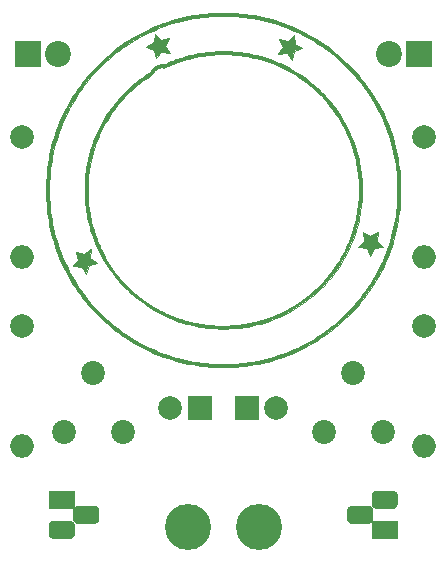
<source format=gbr>
G04 #@! TF.GenerationSoftware,KiCad,Pcbnew,(6.0.0-rc1-dev-318-g6fdc5972f)*
G04 #@! TF.CreationDate,2018-11-24T11:42:07+01:00*
G04 #@! TF.ProjectId,Frack_KnipperLedPrint,467261636B5F4B6E69707065724C6564,rev?*
G04 #@! TF.SameCoordinates,Original*
G04 #@! TF.FileFunction,Soldermask,Top*
G04 #@! TF.FilePolarity,Negative*
%FSLAX46Y46*%
G04 Gerber Fmt 4.6, Leading zero omitted, Abs format (unit mm)*
G04 Created by KiCad (PCBNEW (6.0.0-rc1-dev-318-g6fdc5972f)) date 11/24/18 11:42:07*
%MOMM*%
%LPD*%
G01*
G04 APERTURE LIST*
%ADD10C,0.000001*%
%ADD11C,0.100000*%
%ADD12C,1.500000*%
%ADD13R,2.200000X1.500000*%
%ADD14C,3.900120*%
%ADD15O,2.000000X2.000000*%
%ADD16C,2.000000*%
%ADD17C,2.020000*%
%ADD18C,2.200000*%
%ADD19R,2.200000X2.200000*%
%ADD20R,2.000000X2.000000*%
G04 APERTURE END LIST*
D10*
G04 #@! TO.C,*
G36*
X8775362Y-21536902D02*
X8186768Y-21960649D01*
X7503605Y-21715702D01*
X7724780Y-22406616D01*
X7280880Y-22980225D01*
X8006417Y-22983842D01*
X8414661Y-23583288D01*
X8642037Y-22894441D01*
X9338635Y-22690836D01*
X8753658Y-22261922D01*
X8775362Y-21536902D01*
X8775362Y-21536902D01*
G37*
X8775362Y-21536902D02*
X8186768Y-21960649D01*
X7503605Y-21715702D01*
X7724780Y-22406616D01*
X7280880Y-22980225D01*
X8006417Y-22983842D01*
X8414661Y-23583288D01*
X8642037Y-22894441D01*
X9338635Y-22690836D01*
X8753658Y-22261922D01*
X8775362Y-21536902D01*
G36*
X31830286Y-20082727D02*
X31942423Y-20799479D01*
X31415840Y-21298157D01*
X32132076Y-21412878D01*
X32443685Y-22068136D01*
X32774414Y-21422180D01*
X33493750Y-21328129D01*
X32981636Y-20814465D01*
X33114445Y-20101330D01*
X32467456Y-20429476D01*
X31830286Y-20082727D01*
X31830286Y-20082727D01*
G37*
X31830286Y-20082727D02*
X31942423Y-20799479D01*
X31415840Y-21298157D01*
X32132076Y-21412878D01*
X32443685Y-22068136D01*
X32774414Y-21422180D01*
X33493750Y-21328129D01*
X32981636Y-20814465D01*
X33114445Y-20101330D01*
X32467456Y-20429476D01*
X31830286Y-20082727D01*
G36*
X20000000Y-4757565D02*
X19835332Y-4758674D01*
X19671070Y-4762002D01*
X19507220Y-4767547D01*
X19343793Y-4775306D01*
X19180796Y-4785278D01*
X19018238Y-4797461D01*
X18856127Y-4811854D01*
X18694471Y-4828455D01*
X18533280Y-4847261D01*
X18372562Y-4868272D01*
X18212324Y-4891485D01*
X18052576Y-4916899D01*
X17893326Y-4944512D01*
X17734583Y-4974323D01*
X17576354Y-5006328D01*
X17418649Y-5040527D01*
X17261475Y-5076919D01*
X17104842Y-5115500D01*
X16948757Y-5156270D01*
X16793230Y-5199226D01*
X16638268Y-5244368D01*
X16483880Y-5291692D01*
X16330074Y-5341198D01*
X16176860Y-5392884D01*
X16024245Y-5446748D01*
X15872238Y-5502788D01*
X15720847Y-5561002D01*
X15570081Y-5621389D01*
X15419948Y-5683946D01*
X15270457Y-5748673D01*
X15121616Y-5815567D01*
X14973433Y-5884627D01*
X14964450Y-5882935D01*
X14955432Y-5881350D01*
X14946387Y-5879860D01*
X14937324Y-5878454D01*
X14928250Y-5877119D01*
X14919173Y-5875843D01*
X14908690Y-5874439D01*
X14898187Y-5873136D01*
X14887665Y-5871935D01*
X14877129Y-5870839D01*
X14866583Y-5869850D01*
X14856029Y-5868970D01*
X14845471Y-5868201D01*
X14834912Y-5867544D01*
X14824357Y-5867002D01*
X14813807Y-5866578D01*
X14803267Y-5866272D01*
X14792741Y-5866087D01*
X14782231Y-5866024D01*
X14744819Y-5866739D01*
X14707680Y-5868867D01*
X14670845Y-5872387D01*
X14634344Y-5877276D01*
X14598209Y-5883512D01*
X14562471Y-5891073D01*
X14527161Y-5899937D01*
X14492310Y-5910081D01*
X14457949Y-5921483D01*
X14424109Y-5934122D01*
X14390821Y-5947975D01*
X14358116Y-5963019D01*
X14326025Y-5979232D01*
X14294579Y-5996593D01*
X14263810Y-6015079D01*
X14233748Y-6034668D01*
X14204424Y-6055337D01*
X14175869Y-6077065D01*
X14148115Y-6099828D01*
X14121193Y-6123606D01*
X14095133Y-6148376D01*
X14069966Y-6174114D01*
X14045724Y-6200801D01*
X14022438Y-6228412D01*
X14000139Y-6256926D01*
X13978857Y-6286321D01*
X13958623Y-6316574D01*
X13939470Y-6347664D01*
X13921428Y-6379568D01*
X13904527Y-6412263D01*
X13888799Y-6445728D01*
X13874276Y-6479940D01*
X14041038Y-6576553D01*
X14050415Y-6560451D01*
X14060125Y-6544590D01*
X14070162Y-6528972D01*
X14080522Y-6513603D01*
X14091199Y-6498485D01*
X14102187Y-6483623D01*
X14113482Y-6469021D01*
X14125077Y-6454683D01*
X14136968Y-6440613D01*
X14149149Y-6426815D01*
X14161614Y-6413293D01*
X14174359Y-6400051D01*
X14187378Y-6387093D01*
X14200664Y-6374423D01*
X14214215Y-6362046D01*
X14228022Y-6349964D01*
X14242082Y-6338182D01*
X14256389Y-6326704D01*
X14270938Y-6315535D01*
X14285723Y-6304677D01*
X14300738Y-6294136D01*
X14315979Y-6283915D01*
X14331440Y-6274018D01*
X14347115Y-6264449D01*
X14355305Y-6258400D01*
X14363583Y-6252473D01*
X14371948Y-6246668D01*
X14380398Y-6240984D01*
X14388930Y-6235421D01*
X14397543Y-6229979D01*
X14406235Y-6224659D01*
X14415003Y-6219459D01*
X14423847Y-6214379D01*
X14432763Y-6209419D01*
X14441751Y-6204580D01*
X14450808Y-6199860D01*
X14459932Y-6195260D01*
X14469121Y-6190779D01*
X14478373Y-6186418D01*
X14487759Y-6182153D01*
X14497209Y-6178015D01*
X14506722Y-6174005D01*
X14516297Y-6170125D01*
X14525932Y-6166375D01*
X14535627Y-6162758D01*
X14545379Y-6159273D01*
X14555188Y-6155923D01*
X14565053Y-6152709D01*
X14574971Y-6149631D01*
X14584943Y-6146692D01*
X14594966Y-6143892D01*
X14605039Y-6141232D01*
X14615162Y-6138714D01*
X14625332Y-6136340D01*
X14635548Y-6134109D01*
X14645810Y-6132024D01*
X14656116Y-6130086D01*
X14666464Y-6128296D01*
X14676854Y-6126655D01*
X14687284Y-6125164D01*
X14697752Y-6123825D01*
X14708259Y-6122639D01*
X14718801Y-6121607D01*
X14729379Y-6120731D01*
X14739990Y-6120011D01*
X14750634Y-6119449D01*
X14761309Y-6119046D01*
X14772014Y-6118803D01*
X14782747Y-6118722D01*
X14792907Y-6118797D01*
X14803087Y-6119023D01*
X14813281Y-6119397D01*
X14823483Y-6119916D01*
X14833688Y-6120578D01*
X14843890Y-6121381D01*
X14854083Y-6122323D01*
X14864261Y-6123401D01*
X14874419Y-6124612D01*
X14884550Y-6125955D01*
X14893905Y-6127314D01*
X14903236Y-6128769D01*
X14912539Y-6130326D01*
X14921808Y-6131995D01*
X14931038Y-6133780D01*
X14940225Y-6135689D01*
X14949363Y-6137729D01*
X14958447Y-6139907D01*
X14994104Y-6149210D01*
X15002372Y-6151273D01*
X15043197Y-6131636D01*
X15068358Y-6119625D01*
X15093541Y-6107681D01*
X15118744Y-6095805D01*
X15143967Y-6083996D01*
X15169210Y-6072255D01*
X15194474Y-6060580D01*
X15219757Y-6048972D01*
X15245061Y-6037431D01*
X15270385Y-6025955D01*
X15295728Y-6014546D01*
X15321092Y-6003202D01*
X15346475Y-5991923D01*
X15371877Y-5980710D01*
X15397299Y-5969561D01*
X15422741Y-5958478D01*
X15448202Y-5947458D01*
X15473682Y-5936503D01*
X15499181Y-5925612D01*
X15524699Y-5914785D01*
X15550237Y-5904021D01*
X15575793Y-5893321D01*
X15601368Y-5882683D01*
X15626962Y-5872108D01*
X15652574Y-5861596D01*
X15678205Y-5851146D01*
X15703854Y-5840758D01*
X15729522Y-5830432D01*
X15755208Y-5820167D01*
X15780913Y-5809964D01*
X15806635Y-5799822D01*
X15832376Y-5789740D01*
X15858134Y-5779720D01*
X15981816Y-5732587D01*
X16105916Y-5686928D01*
X16230430Y-5642744D01*
X16355354Y-5600037D01*
X16480682Y-5558808D01*
X16606409Y-5519058D01*
X16732531Y-5480789D01*
X16859044Y-5444002D01*
X16985942Y-5408700D01*
X17113220Y-5374883D01*
X17240874Y-5342553D01*
X17368899Y-5311711D01*
X17497291Y-5282359D01*
X17626044Y-5254499D01*
X17755154Y-5228131D01*
X17884615Y-5203258D01*
X18014425Y-5179881D01*
X18144576Y-5158001D01*
X18275066Y-5137620D01*
X18405888Y-5118740D01*
X18537039Y-5101361D01*
X18668513Y-5085486D01*
X18800306Y-5071115D01*
X18932413Y-5058251D01*
X19064829Y-5046895D01*
X19197550Y-5037048D01*
X19330570Y-5028712D01*
X19463885Y-5021888D01*
X19597490Y-5016578D01*
X19731381Y-5012783D01*
X19865553Y-5010505D01*
X20000000Y-5009746D01*
X20287173Y-5013241D01*
X20573172Y-5023702D01*
X20857900Y-5041086D01*
X21141259Y-5065355D01*
X21423152Y-5096466D01*
X21703481Y-5134380D01*
X21982150Y-5179057D01*
X22259061Y-5230456D01*
X22534117Y-5288536D01*
X22807220Y-5353257D01*
X23078274Y-5424579D01*
X23347180Y-5502461D01*
X23613842Y-5586862D01*
X23878162Y-5677743D01*
X24140043Y-5775062D01*
X24399388Y-5878780D01*
X24656099Y-5988856D01*
X24910079Y-6105249D01*
X25161231Y-6227919D01*
X25409458Y-6356826D01*
X25654661Y-6491928D01*
X25896745Y-6633187D01*
X26135611Y-6780560D01*
X26371162Y-6934009D01*
X26603302Y-7093491D01*
X26831932Y-7258968D01*
X27056956Y-7430397D01*
X27278275Y-7607740D01*
X27495794Y-7790955D01*
X27709413Y-7980003D01*
X27919038Y-8174841D01*
X28124569Y-8375431D01*
X28325162Y-8580967D01*
X28520005Y-8790595D01*
X28709055Y-9004218D01*
X28892272Y-9221739D01*
X29069617Y-9443061D01*
X29241049Y-9668087D01*
X29406526Y-9896718D01*
X29566010Y-10128859D01*
X29719459Y-10364411D01*
X29866833Y-10603278D01*
X30008091Y-10845361D01*
X30143194Y-11090565D01*
X30272100Y-11338791D01*
X30394769Y-11589942D01*
X30511162Y-11843922D01*
X30621236Y-12100632D01*
X30724953Y-12359975D01*
X30822271Y-12621855D01*
X30913151Y-12886174D01*
X30997551Y-13152834D01*
X31075431Y-13421739D01*
X31146752Y-13692790D01*
X31211472Y-13965892D01*
X31269550Y-14240946D01*
X31320948Y-14517856D01*
X31365623Y-14796523D01*
X31403537Y-15076852D01*
X31434647Y-15358744D01*
X31458915Y-15642102D01*
X31476299Y-15926828D01*
X31486759Y-16212827D01*
X31490254Y-16500000D01*
X31486759Y-16787178D01*
X31476299Y-17073181D01*
X31458915Y-17357912D01*
X31434647Y-17641275D01*
X31403537Y-17923171D01*
X31365623Y-18203504D01*
X31320948Y-18482175D01*
X31269550Y-18759089D01*
X31211472Y-19034147D01*
X31146752Y-19307252D01*
X31075431Y-19578307D01*
X30997551Y-19847215D01*
X30913151Y-20113877D01*
X30822271Y-20378198D01*
X30724953Y-20640080D01*
X30621236Y-20899425D01*
X30511162Y-21156136D01*
X30394769Y-21410116D01*
X30272100Y-21661267D01*
X30143194Y-21909492D01*
X30008091Y-22154695D01*
X29866833Y-22396777D01*
X29719459Y-22635641D01*
X29566010Y-22871190D01*
X29406526Y-23103327D01*
X29241049Y-23331955D01*
X29069617Y-23556975D01*
X28892272Y-23778291D01*
X28709055Y-23995806D01*
X28520005Y-24209422D01*
X28325162Y-24419042D01*
X28124569Y-24624569D01*
X28117187Y-24631945D01*
X28109801Y-24639313D01*
X28102412Y-24646670D01*
X28095019Y-24654019D01*
X28087622Y-24661358D01*
X28080220Y-24668688D01*
X28072814Y-24676009D01*
X28065404Y-24683321D01*
X28057988Y-24690625D01*
X28050567Y-24697921D01*
X28043141Y-24705208D01*
X28035710Y-24712488D01*
X28028273Y-24719760D01*
X28020831Y-24727023D01*
X28013382Y-24734280D01*
X28005928Y-24741529D01*
X27998467Y-24748771D01*
X27991000Y-24756006D01*
X27983526Y-24763234D01*
X27976045Y-24770456D01*
X27968558Y-24777671D01*
X27961063Y-24784879D01*
X27953560Y-24792082D01*
X27946051Y-24799279D01*
X27938533Y-24806470D01*
X27930911Y-24813751D01*
X27923241Y-24821012D01*
X27915537Y-24828255D01*
X27907815Y-24835485D01*
X27900089Y-24842705D01*
X27892374Y-24849920D01*
X27884686Y-24857133D01*
X27877038Y-24864347D01*
X27869495Y-24871449D01*
X27861952Y-24878547D01*
X27854409Y-24885640D01*
X27846865Y-24892729D01*
X27839319Y-24899813D01*
X27831770Y-24906891D01*
X27824219Y-24913962D01*
X27816664Y-24921028D01*
X27809104Y-24928086D01*
X27801538Y-24935136D01*
X27793966Y-24942179D01*
X27786388Y-24949212D01*
X27778801Y-24956237D01*
X27771207Y-24963253D01*
X27763603Y-24970258D01*
X27755989Y-24977253D01*
X27748364Y-24984236D01*
X27741095Y-24990859D01*
X27733824Y-24997454D01*
X27726549Y-25004027D01*
X27719271Y-25010584D01*
X27711988Y-25017130D01*
X27704702Y-25023669D01*
X27697410Y-25030207D01*
X27690113Y-25036749D01*
X27682810Y-25043300D01*
X27675500Y-25049866D01*
X27667963Y-25056656D01*
X27660426Y-25063446D01*
X27652889Y-25070236D01*
X27645351Y-25077024D01*
X27637810Y-25083809D01*
X27630268Y-25090589D01*
X27622723Y-25097363D01*
X27615174Y-25104131D01*
X27607621Y-25110890D01*
X27600063Y-25117640D01*
X27592499Y-25124379D01*
X27584930Y-25131106D01*
X27577353Y-25137820D01*
X27569770Y-25144519D01*
X27562178Y-25151203D01*
X27554577Y-25157869D01*
X27546934Y-25164540D01*
X27539261Y-25171188D01*
X27531566Y-25177818D01*
X27523854Y-25184433D01*
X27516132Y-25191038D01*
X27508406Y-25197634D01*
X27500681Y-25204226D01*
X27492965Y-25210818D01*
X27485262Y-25217413D01*
X27477580Y-25224015D01*
X27470002Y-25230527D01*
X27462427Y-25237034D01*
X27454854Y-25243534D01*
X27447283Y-25250028D01*
X27439711Y-25256516D01*
X27432138Y-25262997D01*
X27424564Y-25269470D01*
X27416986Y-25275937D01*
X27409405Y-25282395D01*
X27401818Y-25288846D01*
X27394226Y-25295288D01*
X27386627Y-25301722D01*
X27379020Y-25308147D01*
X27371403Y-25314564D01*
X27363777Y-25320971D01*
X27356140Y-25327368D01*
X27348463Y-25333794D01*
X27340776Y-25340224D01*
X27333082Y-25346653D01*
X27325382Y-25353081D01*
X27317678Y-25359503D01*
X27309971Y-25365918D01*
X27302262Y-25372322D01*
X27294553Y-25378714D01*
X27286846Y-25385089D01*
X27279142Y-25391447D01*
X27271276Y-25397900D01*
X27263401Y-25404344D01*
X27255517Y-25410779D01*
X27247624Y-25417205D01*
X27239725Y-25423623D01*
X27231818Y-25430034D01*
X27223905Y-25436436D01*
X27215988Y-25442832D01*
X27208065Y-25449220D01*
X27200139Y-25455602D01*
X27192209Y-25461977D01*
X27184276Y-25468346D01*
X27176342Y-25474709D01*
X27168407Y-25481067D01*
X27160471Y-25487419D01*
X27152535Y-25493766D01*
X27144304Y-25500332D01*
X27136062Y-25506897D01*
X27127809Y-25513460D01*
X27119547Y-25520018D01*
X27111276Y-25526570D01*
X27102997Y-25533114D01*
X27094711Y-25539648D01*
X27086418Y-25546170D01*
X27078121Y-25552677D01*
X27070163Y-25558907D01*
X27062200Y-25565119D01*
X27054231Y-25571314D01*
X27046256Y-25577495D01*
X27038276Y-25583661D01*
X27030291Y-25589815D01*
X27022302Y-25595958D01*
X27014308Y-25602091D01*
X27006310Y-25608216D01*
X26998309Y-25614333D01*
X26990303Y-25620444D01*
X26982295Y-25626551D01*
X26974283Y-25632655D01*
X26966269Y-25638757D01*
X26958252Y-25644858D01*
X26950233Y-25650960D01*
X26942212Y-25657064D01*
X26934725Y-25662789D01*
X26927261Y-25668542D01*
X26919812Y-25674312D01*
X26912370Y-25680090D01*
X26904930Y-25685866D01*
X26897483Y-25691628D01*
X26890022Y-25697368D01*
X26882541Y-25703076D01*
X26875032Y-25708740D01*
X26866977Y-25714779D01*
X26858915Y-25720805D01*
X26850847Y-25726821D01*
X26842773Y-25732827D01*
X26834694Y-25738822D01*
X26826609Y-25744807D01*
X26818518Y-25750783D01*
X26810422Y-25756750D01*
X26802321Y-25762708D01*
X26794214Y-25768659D01*
X26786102Y-25774601D01*
X26777985Y-25780536D01*
X26769864Y-25786465D01*
X26761737Y-25792386D01*
X26753606Y-25798302D01*
X26745470Y-25804212D01*
X26737330Y-25810116D01*
X26729186Y-25816016D01*
X26721037Y-25821912D01*
X26713600Y-25827307D01*
X26706144Y-25832709D01*
X26698676Y-25838113D01*
X26691204Y-25843512D01*
X26683737Y-25848903D01*
X26676281Y-25854279D01*
X26668843Y-25859635D01*
X26660555Y-25865565D01*
X26652265Y-25871485D01*
X26643972Y-25877396D01*
X26635677Y-25883298D01*
X26627379Y-25889191D01*
X26619078Y-25895075D01*
X26610774Y-25900951D01*
X26602466Y-25906818D01*
X26594155Y-25912677D01*
X26585840Y-25918528D01*
X26577520Y-25924371D01*
X26569196Y-25930206D01*
X26560866Y-25936033D01*
X26552532Y-25941853D01*
X26544193Y-25947666D01*
X26535848Y-25953472D01*
X26527497Y-25959270D01*
X26519140Y-25965062D01*
X26510777Y-25970847D01*
X26502407Y-25976626D01*
X26494030Y-25982398D01*
X26485646Y-25988164D01*
X26477255Y-25993924D01*
X26468856Y-25999678D01*
X26460072Y-26005362D01*
X26446316Y-26014731D01*
X26432549Y-26024080D01*
X26418770Y-26033408D01*
X26404980Y-26042714D01*
X26391178Y-26052001D01*
X26377365Y-26061266D01*
X26363539Y-26070510D01*
X26349702Y-26079734D01*
X26335854Y-26088936D01*
X26321994Y-26098118D01*
X26308122Y-26107278D01*
X26294238Y-26116417D01*
X26280343Y-26125536D01*
X26266436Y-26134633D01*
X26252517Y-26143709D01*
X26238587Y-26152764D01*
X26224645Y-26161798D01*
X26210691Y-26170811D01*
X26196725Y-26179802D01*
X26182748Y-26188773D01*
X26168759Y-26197722D01*
X26154758Y-26206649D01*
X26140746Y-26215556D01*
X26126722Y-26224441D01*
X26112686Y-26233304D01*
X26098638Y-26242147D01*
X26084578Y-26250968D01*
X26070507Y-26259767D01*
X26056424Y-26268545D01*
X26042329Y-26277301D01*
X26028222Y-26286036D01*
X26014104Y-26294750D01*
X26005320Y-26300433D01*
X25996524Y-26305840D01*
X25987722Y-26311240D01*
X25978916Y-26316633D01*
X25970105Y-26322020D01*
X25961290Y-26327399D01*
X25952469Y-26332770D01*
X25943644Y-26338135D01*
X25934814Y-26343491D01*
X25925979Y-26348840D01*
X25917140Y-26354182D01*
X25908296Y-26359515D01*
X25899448Y-26364840D01*
X25890595Y-26370158D01*
X25881738Y-26375466D01*
X25872876Y-26380767D01*
X25864010Y-26386059D01*
X25855140Y-26391342D01*
X25846265Y-26396617D01*
X25837386Y-26401883D01*
X25828503Y-26407139D01*
X25819616Y-26412387D01*
X25810725Y-26417625D01*
X25801829Y-26422854D01*
X25792930Y-26428074D01*
X25784805Y-26432750D01*
X25776651Y-26437369D01*
X25768497Y-26441991D01*
X25760373Y-26446677D01*
X25751242Y-26451976D01*
X25742104Y-26457267D01*
X25732961Y-26462551D01*
X25723812Y-26467827D01*
X25714658Y-26473095D01*
X25705498Y-26478356D01*
X25696334Y-26483608D01*
X25687165Y-26488852D01*
X25677991Y-26494088D01*
X25668813Y-26499316D01*
X25659630Y-26504534D01*
X25650444Y-26509745D01*
X25641254Y-26514946D01*
X25632060Y-26520139D01*
X25622863Y-26525323D01*
X25613663Y-26530498D01*
X25604459Y-26535663D01*
X25595253Y-26540819D01*
X25586045Y-26545966D01*
X25576834Y-26551103D01*
X25567620Y-26556231D01*
X25559361Y-26560791D01*
X25551071Y-26565350D01*
X25542776Y-26569901D01*
X25534503Y-26574442D01*
X25526279Y-26578969D01*
X25517332Y-26583885D01*
X25508382Y-26588790D01*
X25499431Y-26593685D01*
X25490476Y-26598570D01*
X25481519Y-26603445D01*
X25472559Y-26608310D01*
X25463596Y-26613165D01*
X25454630Y-26618011D01*
X25445660Y-26622848D01*
X25436686Y-26627676D01*
X25427708Y-26632495D01*
X25418726Y-26637306D01*
X25409739Y-26642108D01*
X25400748Y-26646903D01*
X25391752Y-26651689D01*
X25382751Y-26656468D01*
X25373744Y-26661239D01*
X25364732Y-26666003D01*
X25355714Y-26670761D01*
X25346690Y-26675511D01*
X25337660Y-26680255D01*
X25329268Y-26684705D01*
X25320906Y-26689166D01*
X25312556Y-26693624D01*
X25304195Y-26698065D01*
X25295802Y-26702474D01*
X25286618Y-26707246D01*
X25277429Y-26712005D01*
X25268235Y-26716754D01*
X25259037Y-26721492D01*
X25249835Y-26726219D01*
X25240628Y-26730936D01*
X25231416Y-26735643D01*
X25222201Y-26740340D01*
X25212981Y-26745028D01*
X25203756Y-26749707D01*
X25194528Y-26754377D01*
X25185295Y-26759038D01*
X25176058Y-26763692D01*
X25166817Y-26768337D01*
X25157571Y-26772975D01*
X25148322Y-26777606D01*
X25139069Y-26782229D01*
X25129811Y-26786846D01*
X25120550Y-26791457D01*
X25111285Y-26796061D01*
X25102016Y-26800660D01*
X25092732Y-26805280D01*
X25083440Y-26809957D01*
X25074134Y-26814636D01*
X25064809Y-26819262D01*
X25055426Y-26823871D01*
X25046035Y-26828469D01*
X25036636Y-26833055D01*
X25027230Y-26837630D01*
X25017817Y-26842195D01*
X25008397Y-26846750D01*
X24998970Y-26851295D01*
X24989538Y-26855830D01*
X24980100Y-26860356D01*
X24970657Y-26864873D01*
X24961209Y-26869382D01*
X24951757Y-26873882D01*
X24942300Y-26878373D01*
X24932840Y-26882857D01*
X24923376Y-26887333D01*
X24913910Y-26891803D01*
X24904441Y-26896265D01*
X24894969Y-26900720D01*
X24885496Y-26905169D01*
X24876021Y-26909612D01*
X24866546Y-26914049D01*
X24857069Y-26918481D01*
X24848953Y-26922259D01*
X24840893Y-26926031D01*
X24832781Y-26929850D01*
X24823439Y-26934181D01*
X24814093Y-26938505D01*
X24804745Y-26942824D01*
X24795392Y-26947137D01*
X24786037Y-26951442D01*
X24776677Y-26955742D01*
X24767315Y-26960034D01*
X24757948Y-26964318D01*
X24748579Y-26968596D01*
X24739205Y-26972865D01*
X24729828Y-26977126D01*
X24720448Y-26981379D01*
X24711064Y-26985623D01*
X24701676Y-26989859D01*
X24692285Y-26994085D01*
X24682890Y-26998302D01*
X24673491Y-27002509D01*
X24664089Y-27006706D01*
X24654683Y-27010893D01*
X24645274Y-27015070D01*
X24635860Y-27019236D01*
X24626443Y-27023391D01*
X24617022Y-27027534D01*
X24607598Y-27031666D01*
X24598170Y-27035787D01*
X24598170Y-27036316D01*
X24590694Y-27039609D01*
X24583213Y-27042799D01*
X24575718Y-27045977D01*
X24568197Y-27049236D01*
X24561473Y-27052180D01*
X24554769Y-27055076D01*
X24548044Y-27058020D01*
X24501504Y-27078261D01*
X24454849Y-27098275D01*
X24408079Y-27118063D01*
X24361195Y-27137624D01*
X24314199Y-27156958D01*
X24267090Y-27176067D01*
X24219870Y-27194950D01*
X24172540Y-27213607D01*
X24125100Y-27232040D01*
X24077551Y-27250247D01*
X24029893Y-27268229D01*
X23982129Y-27285987D01*
X23934257Y-27303521D01*
X23886280Y-27320831D01*
X23838198Y-27337917D01*
X23790012Y-27354780D01*
X23741722Y-27371420D01*
X23693330Y-27387837D01*
X23644835Y-27404031D01*
X23596240Y-27420003D01*
X23547545Y-27435753D01*
X23498750Y-27451281D01*
X23449856Y-27466588D01*
X23400864Y-27481673D01*
X23351776Y-27496538D01*
X23302591Y-27511181D01*
X23253310Y-27525604D01*
X23203935Y-27539807D01*
X23154466Y-27553790D01*
X23104904Y-27567553D01*
X23055249Y-27581097D01*
X23005503Y-27594421D01*
X23004973Y-27594421D01*
X22995053Y-27597088D01*
X22985121Y-27599739D01*
X22975180Y-27602374D01*
X22965232Y-27604994D01*
X22955276Y-27607601D01*
X22945315Y-27610195D01*
X22935349Y-27612778D01*
X22925381Y-27615352D01*
X22915411Y-27617916D01*
X22905441Y-27620473D01*
X22895471Y-27623023D01*
X22885504Y-27625567D01*
X22875540Y-27628107D01*
X22865581Y-27630644D01*
X22855629Y-27633178D01*
X22845624Y-27635733D01*
X22835658Y-27638326D01*
X22825715Y-27640941D01*
X22815779Y-27643561D01*
X22805836Y-27646166D01*
X22795870Y-27648740D01*
X22785865Y-27651265D01*
X22776231Y-27653646D01*
X22766584Y-27656004D01*
X22756925Y-27658340D01*
X22747257Y-27660657D01*
X22737581Y-27662957D01*
X22727900Y-27665243D01*
X22718214Y-27667518D01*
X22708527Y-27669783D01*
X22698840Y-27672040D01*
X22689155Y-27674293D01*
X22679474Y-27676544D01*
X22669799Y-27678794D01*
X22660131Y-27681047D01*
X22650473Y-27683305D01*
X22640861Y-27685572D01*
X22631272Y-27687840D01*
X22621698Y-27690105D01*
X22612131Y-27692364D01*
X22602566Y-27694614D01*
X22592994Y-27696851D01*
X22583410Y-27699073D01*
X22573805Y-27701277D01*
X22564173Y-27703458D01*
X22554437Y-27705647D01*
X22544684Y-27707830D01*
X22534916Y-27710005D01*
X22525137Y-27712174D01*
X22515349Y-27714336D01*
X22505555Y-27716490D01*
X22495757Y-27718637D01*
X22485959Y-27720777D01*
X22476162Y-27722910D01*
X22466370Y-27725035D01*
X22456586Y-27727152D01*
X22446811Y-27729262D01*
X22437049Y-27731363D01*
X22427286Y-27733462D01*
X22417525Y-27735558D01*
X22407766Y-27737649D01*
X22398007Y-27739734D01*
X22388246Y-27741811D01*
X22378483Y-27743880D01*
X22368717Y-27745938D01*
X22358945Y-27747984D01*
X22349167Y-27750017D01*
X22339381Y-27752035D01*
X22329429Y-27754086D01*
X22319485Y-27756138D01*
X22309546Y-27758188D01*
X22299611Y-27760236D01*
X22289677Y-27762280D01*
X22279743Y-27764318D01*
X22269806Y-27766348D01*
X22259864Y-27768368D01*
X22249915Y-27770378D01*
X22239958Y-27772375D01*
X22229990Y-27774358D01*
X22220008Y-27776324D01*
X22210207Y-27778221D01*
X22200400Y-27780096D01*
X22190587Y-27781952D01*
X22180770Y-27783792D01*
X22170949Y-27785619D01*
X22161126Y-27787436D01*
X22151301Y-27789246D01*
X22141475Y-27791052D01*
X22131650Y-27792857D01*
X22121826Y-27794665D01*
X22112005Y-27796477D01*
X22101793Y-27798377D01*
X22091574Y-27800257D01*
X22081347Y-27802120D01*
X22071113Y-27803968D01*
X22060872Y-27805803D01*
X22050627Y-27807626D01*
X22040378Y-27809439D01*
X22030124Y-27811244D01*
X22019868Y-27813043D01*
X22009610Y-27814838D01*
X21999350Y-27816631D01*
X21989359Y-27818374D01*
X21979374Y-27820102D01*
X21969392Y-27821818D01*
X21959413Y-27823521D01*
X21949434Y-27825212D01*
X21939453Y-27826892D01*
X21929470Y-27828562D01*
X21919483Y-27830222D01*
X21909490Y-27831874D01*
X21899490Y-27833517D01*
X21889481Y-27835154D01*
X21879461Y-27836784D01*
X21869212Y-27838466D01*
X21858942Y-27840151D01*
X21848657Y-27841834D01*
X21838361Y-27843513D01*
X21828060Y-27845184D01*
X21817756Y-27846845D01*
X21807457Y-27848492D01*
X21797165Y-27850123D01*
X21786886Y-27851733D01*
X21776625Y-27853320D01*
X21766596Y-27854858D01*
X21756567Y-27856386D01*
X21746538Y-27857904D01*
X21736507Y-27859412D01*
X21726476Y-27860910D01*
X21716442Y-27862400D01*
X21706407Y-27863880D01*
X21696368Y-27865350D01*
X21686327Y-27866812D01*
X21676283Y-27868265D01*
X21666235Y-27869710D01*
X21656183Y-27871146D01*
X21646126Y-27872573D01*
X21636065Y-27873992D01*
X21626696Y-27875331D01*
X21617338Y-27876677D01*
X21607987Y-27878025D01*
X21598639Y-27879370D01*
X21589291Y-27880707D01*
X21579940Y-27882032D01*
X21570582Y-27883338D01*
X21561214Y-27884622D01*
X21551832Y-27885877D01*
X21541557Y-27887251D01*
X21531283Y-27888619D01*
X21521009Y-27889982D01*
X21510735Y-27891338D01*
X21500460Y-27892688D01*
X21490185Y-27894031D01*
X21479910Y-27895368D01*
X21469633Y-27896696D01*
X21459355Y-27898017D01*
X21449075Y-27899329D01*
X21438793Y-27900633D01*
X21428509Y-27901928D01*
X21418223Y-27903213D01*
X21407934Y-27904489D01*
X21397642Y-27905754D01*
X21387346Y-27907009D01*
X21377047Y-27908254D01*
X21366744Y-27909487D01*
X21356437Y-27910708D01*
X21346126Y-27911918D01*
X21335810Y-27913115D01*
X21325489Y-27914299D01*
X21305560Y-27916692D01*
X21285619Y-27919050D01*
X21265668Y-27921373D01*
X21245706Y-27923660D01*
X21225733Y-27925913D01*
X21205750Y-27928131D01*
X21185756Y-27930314D01*
X21165752Y-27932463D01*
X21145737Y-27934576D01*
X21125712Y-27936655D01*
X21105677Y-27938700D01*
X21085631Y-27940710D01*
X21065576Y-27942685D01*
X21045510Y-27944626D01*
X21025433Y-27946532D01*
X21005347Y-27948405D01*
X20985251Y-27950242D01*
X20965145Y-27952046D01*
X20945029Y-27953815D01*
X20924902Y-27955551D01*
X20904766Y-27957252D01*
X20884621Y-27958919D01*
X20864465Y-27960552D01*
X20844300Y-27962151D01*
X20824125Y-27963716D01*
X20803941Y-27965247D01*
X20783747Y-27966745D01*
X20763543Y-27968209D01*
X20743330Y-27969639D01*
X20723107Y-27971035D01*
X20702876Y-27972398D01*
X20682635Y-27973727D01*
X20672424Y-27974399D01*
X20662214Y-27975074D01*
X20652004Y-27975750D01*
X20641794Y-27976425D01*
X20631584Y-27977095D01*
X20621373Y-27977758D01*
X20611160Y-27978412D01*
X20600946Y-27979054D01*
X20590729Y-27979682D01*
X20580509Y-27980292D01*
X20570285Y-27980883D01*
X20560058Y-27981452D01*
X20549826Y-27981996D01*
X20530657Y-27982999D01*
X20511481Y-27983971D01*
X20492299Y-27984913D01*
X20473111Y-27985824D01*
X20453917Y-27986705D01*
X20434716Y-27987555D01*
X20415509Y-27988374D01*
X20396294Y-27989161D01*
X20377073Y-27989918D01*
X20357845Y-27990644D01*
X20338610Y-27991338D01*
X20319367Y-27992001D01*
X20300117Y-27992632D01*
X20280860Y-27993232D01*
X20261595Y-27993800D01*
X20242322Y-27994337D01*
X20223041Y-27994841D01*
X20203753Y-27995314D01*
X20184456Y-27995755D01*
X20165151Y-27996164D01*
X20145838Y-27996540D01*
X20126516Y-27996884D01*
X20107186Y-27997196D01*
X20087847Y-27997475D01*
X20068500Y-27997722D01*
X20049143Y-27997937D01*
X20029778Y-27998118D01*
X20010403Y-27998267D01*
X19991019Y-27998383D01*
X19971625Y-27998466D01*
X19952222Y-27998515D01*
X19932810Y-27998532D01*
X19868381Y-27998355D01*
X19804034Y-27997826D01*
X19739771Y-27996944D01*
X19675592Y-27995712D01*
X19611498Y-27994130D01*
X19547490Y-27992198D01*
X19483569Y-27989918D01*
X19419737Y-27987290D01*
X19355994Y-27984316D01*
X19292342Y-27980996D01*
X19228781Y-27977332D01*
X19165312Y-27973324D01*
X19101937Y-27968972D01*
X19038656Y-27964279D01*
X18975471Y-27959244D01*
X18912382Y-27953869D01*
X18849390Y-27948155D01*
X18786497Y-27942102D01*
X18723704Y-27935712D01*
X18661011Y-27928984D01*
X18598420Y-27921921D01*
X18535931Y-27914523D01*
X18473546Y-27906791D01*
X18411266Y-27898726D01*
X18349091Y-27890328D01*
X18287023Y-27881599D01*
X18225062Y-27872539D01*
X18163211Y-27863150D01*
X18101469Y-27853432D01*
X18039838Y-27843387D01*
X17978318Y-27833014D01*
X17916912Y-27822315D01*
X17801871Y-27801335D01*
X17687234Y-27779213D01*
X17573007Y-27755957D01*
X17459195Y-27731573D01*
X17345804Y-27706067D01*
X17232841Y-27679445D01*
X17120311Y-27651712D01*
X17008221Y-27622877D01*
X16896577Y-27592943D01*
X16785383Y-27561918D01*
X16674647Y-27529808D01*
X16564375Y-27496619D01*
X16454572Y-27462356D01*
X16345244Y-27427027D01*
X16236397Y-27390637D01*
X16128038Y-27353193D01*
X16020172Y-27314700D01*
X15912806Y-27275165D01*
X15805944Y-27234593D01*
X15699594Y-27192992D01*
X15593761Y-27150367D01*
X15488451Y-27106724D01*
X15383670Y-27062069D01*
X15279425Y-27016409D01*
X15175720Y-26969750D01*
X15072563Y-26922098D01*
X14969959Y-26873458D01*
X14867913Y-26823838D01*
X14766433Y-26773243D01*
X14665524Y-26721679D01*
X14565192Y-26669153D01*
X14465443Y-26615671D01*
X14406145Y-26583270D01*
X14347059Y-26550529D01*
X14288186Y-26517449D01*
X14229527Y-26484032D01*
X14171085Y-26450279D01*
X14112859Y-26416191D01*
X14054852Y-26381770D01*
X13997064Y-26347018D01*
X13939498Y-26311936D01*
X13882154Y-26276525D01*
X13825034Y-26240787D01*
X13768138Y-26204723D01*
X13711469Y-26168335D01*
X13655028Y-26131624D01*
X13598816Y-26094592D01*
X13542833Y-26057240D01*
X13487083Y-26019570D01*
X13431565Y-25981582D01*
X13376281Y-25943279D01*
X13321233Y-25904662D01*
X13266422Y-25865733D01*
X13211849Y-25826492D01*
X13157516Y-25786942D01*
X13103423Y-25747083D01*
X13049572Y-25706918D01*
X12995965Y-25666447D01*
X12942602Y-25625673D01*
X12889485Y-25584596D01*
X12836616Y-25543218D01*
X12783996Y-25501541D01*
X12731625Y-25459566D01*
X12679506Y-25417294D01*
X12604786Y-25353397D01*
X12530195Y-25288557D01*
X12455735Y-25222768D01*
X12381413Y-25156025D01*
X12307230Y-25088321D01*
X12233192Y-25019652D01*
X12159302Y-24950010D01*
X12085565Y-24879390D01*
X12011984Y-24807787D01*
X11938564Y-24735194D01*
X11865308Y-24661605D01*
X11792221Y-24587015D01*
X11719307Y-24511417D01*
X11646570Y-24434806D01*
X11574013Y-24357177D01*
X11501642Y-24278522D01*
X11429459Y-24198836D01*
X11357470Y-24118114D01*
X11285677Y-24036348D01*
X11214086Y-23953535D01*
X11142700Y-23869667D01*
X11071523Y-23784738D01*
X11000559Y-23698744D01*
X10929813Y-23611678D01*
X10859288Y-23523533D01*
X10788988Y-23434305D01*
X10718918Y-23343987D01*
X10649082Y-23252574D01*
X10579483Y-23160059D01*
X10510126Y-23066437D01*
X10441015Y-22971702D01*
X10372153Y-22875847D01*
X10365528Y-22865891D01*
X10358915Y-22855929D01*
X10352313Y-22845960D01*
X10345722Y-22835985D01*
X10339143Y-22826004D01*
X10332575Y-22816015D01*
X10326017Y-22806020D01*
X10319471Y-22796019D01*
X10312936Y-22786011D01*
X10306411Y-22775996D01*
X10299897Y-22765975D01*
X10293394Y-22755947D01*
X10286902Y-22745911D01*
X10280420Y-22735870D01*
X10273948Y-22725821D01*
X10267487Y-22715765D01*
X10261035Y-22705702D01*
X10254595Y-22695633D01*
X10248164Y-22685556D01*
X10241743Y-22675473D01*
X10235332Y-22665382D01*
X10228931Y-22655284D01*
X10222540Y-22645179D01*
X10216159Y-22635066D01*
X10209787Y-22624947D01*
X10203425Y-22614820D01*
X10197072Y-22604686D01*
X10190728Y-22594544D01*
X10184394Y-22584395D01*
X10178069Y-22574238D01*
X10171754Y-22564075D01*
X10165447Y-22553903D01*
X10160706Y-22546151D01*
X10155628Y-22538401D01*
X10149453Y-22528389D01*
X10143286Y-22518372D01*
X10137129Y-22508349D01*
X10130981Y-22498321D01*
X10124842Y-22488288D01*
X10118713Y-22478249D01*
X10112594Y-22468204D01*
X10106484Y-22458153D01*
X10100384Y-22448097D01*
X10094294Y-22438034D01*
X10088213Y-22427965D01*
X10082142Y-22417890D01*
X10076081Y-22407809D01*
X10070030Y-22397721D01*
X10063989Y-22387626D01*
X10057958Y-22377525D01*
X10051937Y-22367417D01*
X10045927Y-22357302D01*
X10039926Y-22347180D01*
X10033936Y-22337051D01*
X10027956Y-22326915D01*
X10021987Y-22316771D01*
X10016028Y-22306620D01*
X10010079Y-22296461D01*
X10004141Y-22286295D01*
X9998214Y-22276121D01*
X9992297Y-22265939D01*
X9986391Y-22255749D01*
X9980496Y-22245551D01*
X9974611Y-22235344D01*
X9968738Y-22225130D01*
X9962875Y-22214907D01*
X9970166Y-22210382D01*
X9978334Y-22205254D01*
X9987300Y-22199527D01*
X9996982Y-22193203D01*
X9989890Y-22180022D01*
X9982840Y-22166837D01*
X9975834Y-22153656D01*
X9968873Y-22140483D01*
X9961960Y-22127326D01*
X9955096Y-22114191D01*
X9948284Y-22101084D01*
X9941526Y-22088011D01*
X9934824Y-22074979D01*
X9928179Y-22061994D01*
X9921594Y-22049062D01*
X9915070Y-22036190D01*
X9908610Y-22023384D01*
X9902215Y-22010649D01*
X9895889Y-21997994D01*
X9889631Y-21985423D01*
X9883446Y-21972944D01*
X9877334Y-21960562D01*
X9871297Y-21948284D01*
X9865339Y-21936115D01*
X9859459Y-21924064D01*
X9853662Y-21912134D01*
X9847948Y-21900334D01*
X9842319Y-21888669D01*
X9836778Y-21877146D01*
X9831327Y-21865771D01*
X9825967Y-21854550D01*
X9820701Y-21843489D01*
X9815530Y-21832596D01*
X9810457Y-21821875D01*
X9805483Y-21811334D01*
X9800611Y-21800979D01*
X9795908Y-21791948D01*
X9791219Y-21782914D01*
X9786545Y-21773877D01*
X9781884Y-21764837D01*
X9777235Y-21755793D01*
X9772598Y-21746746D01*
X9767971Y-21737695D01*
X9763354Y-21728641D01*
X9758745Y-21719583D01*
X9754144Y-21710522D01*
X9749549Y-21701456D01*
X9744960Y-21692387D01*
X9740375Y-21683314D01*
X9735794Y-21674238D01*
X9731216Y-21665157D01*
X9726639Y-21656072D01*
X9722063Y-21646983D01*
X9718446Y-21640265D01*
X9714827Y-21635969D01*
X9710557Y-21628295D01*
X9705977Y-21618584D01*
X9701430Y-21608174D01*
X9697258Y-21598407D01*
X9694378Y-21592463D01*
X9691575Y-21586522D01*
X9686424Y-21579677D01*
X9681908Y-21572416D01*
X9678056Y-21564754D01*
X9674895Y-21556704D01*
X9672454Y-21548282D01*
X9602229Y-21402292D01*
X9534111Y-21255355D01*
X9468110Y-21107488D01*
X9404232Y-20958711D01*
X9342486Y-20809042D01*
X9282879Y-20658501D01*
X9225420Y-20507106D01*
X9170117Y-20354876D01*
X9116978Y-20201830D01*
X9066010Y-20047986D01*
X9017222Y-19893365D01*
X8970621Y-19737984D01*
X8926215Y-19581863D01*
X8884014Y-19425021D01*
X8844023Y-19267475D01*
X8806252Y-19109246D01*
X8770709Y-18950352D01*
X8737400Y-18790812D01*
X8706335Y-18630645D01*
X8677522Y-18469870D01*
X8650968Y-18308505D01*
X8626680Y-18146570D01*
X8604669Y-17984084D01*
X8584940Y-17821064D01*
X8567502Y-17657531D01*
X8552364Y-17493503D01*
X8539533Y-17328999D01*
X8529017Y-17164038D01*
X8520824Y-16998639D01*
X8514961Y-16832820D01*
X8511438Y-16666601D01*
X8510262Y-16500000D01*
X8511803Y-16311682D01*
X8516416Y-16123590D01*
X8524093Y-15935765D01*
X8534823Y-15748245D01*
X8548596Y-15561070D01*
X8565400Y-15374278D01*
X8585227Y-15187909D01*
X8608064Y-15002002D01*
X8633903Y-14816595D01*
X8662733Y-14631728D01*
X8694542Y-14447441D01*
X8729322Y-14263772D01*
X8767062Y-14080760D01*
X8807750Y-13898444D01*
X8851378Y-13716865D01*
X8897934Y-13536059D01*
X8947408Y-13356068D01*
X8999790Y-13176930D01*
X9055069Y-12998683D01*
X9113235Y-12821368D01*
X9174278Y-12645023D01*
X9238188Y-12469687D01*
X9304953Y-12295400D01*
X9374564Y-12122201D01*
X9447010Y-11950128D01*
X9522281Y-11779221D01*
X9600367Y-11609519D01*
X9681257Y-11441061D01*
X9764940Y-11273886D01*
X9851407Y-11108034D01*
X9940647Y-10943543D01*
X10032650Y-10780452D01*
X10123251Y-10625741D01*
X10216229Y-10472544D01*
X10311557Y-10320888D01*
X10409209Y-10170800D01*
X10509157Y-10022307D01*
X10611376Y-9875435D01*
X10715839Y-9730211D01*
X10822518Y-9586662D01*
X10931388Y-9444814D01*
X11042422Y-9304695D01*
X11155593Y-9166332D01*
X11270874Y-9029750D01*
X11388239Y-8894976D01*
X11507661Y-8762038D01*
X11629114Y-8630963D01*
X11752570Y-8501776D01*
X11878004Y-8374505D01*
X12005389Y-8249176D01*
X12134697Y-8125817D01*
X12265903Y-8004453D01*
X12398979Y-7885113D01*
X12533899Y-7767821D01*
X12670637Y-7652606D01*
X12809165Y-7539494D01*
X12949458Y-7428512D01*
X13091488Y-7319687D01*
X13235229Y-7213044D01*
X13380654Y-7108612D01*
X13527736Y-7006416D01*
X13676449Y-6906484D01*
X13826767Y-6808842D01*
X13978662Y-6713517D01*
X13985180Y-6695642D01*
X13992074Y-6677973D01*
X13999339Y-6660517D01*
X14006970Y-6643277D01*
X14014960Y-6626256D01*
X14023305Y-6609459D01*
X14032000Y-6592890D01*
X14041038Y-6576553D01*
X13874276Y-6479940D01*
X13717852Y-6577477D01*
X13563060Y-6677418D01*
X13409927Y-6779734D01*
X13258480Y-6884397D01*
X13108746Y-6991380D01*
X12960753Y-7100655D01*
X12814528Y-7212193D01*
X12670099Y-7325966D01*
X12527492Y-7441947D01*
X12386736Y-7560107D01*
X12247857Y-7680419D01*
X12110883Y-7802854D01*
X11975841Y-7927384D01*
X11842759Y-8053982D01*
X11711663Y-8182620D01*
X11582582Y-8313269D01*
X11455543Y-8445901D01*
X11330572Y-8580489D01*
X11207698Y-8717004D01*
X11086948Y-8855419D01*
X10968348Y-8995705D01*
X10851927Y-9137835D01*
X10737712Y-9281780D01*
X10625729Y-9427513D01*
X10516007Y-9575005D01*
X10408573Y-9724229D01*
X10303454Y-9875156D01*
X10200677Y-10027758D01*
X10100270Y-10182008D01*
X10002260Y-10337877D01*
X9906675Y-10495338D01*
X9813542Y-10654363D01*
X9719508Y-10821049D01*
X9628295Y-10989167D01*
X9539913Y-11158678D01*
X9454374Y-11329541D01*
X9371688Y-11501716D01*
X9291866Y-11675163D01*
X9214918Y-11849842D01*
X9140856Y-12025713D01*
X9069690Y-12202736D01*
X9001432Y-12380870D01*
X8936091Y-12560077D01*
X8873679Y-12740314D01*
X8814206Y-12921544D01*
X8757683Y-13103724D01*
X8704122Y-13286817D01*
X8653532Y-13470780D01*
X8605924Y-13655575D01*
X8561310Y-13841161D01*
X8519700Y-14027498D01*
X8481105Y-14214546D01*
X8445535Y-14402265D01*
X8413002Y-14590615D01*
X8383517Y-14779556D01*
X8357089Y-14969048D01*
X8333730Y-15159050D01*
X8313450Y-15349523D01*
X8296261Y-15540427D01*
X8282173Y-15731721D01*
X8271197Y-15923365D01*
X8263343Y-16115320D01*
X8258624Y-16307545D01*
X8257048Y-16500001D01*
X8260620Y-16793488D01*
X8271310Y-17085776D01*
X8289075Y-17376765D01*
X8313874Y-17666357D01*
X8345667Y-17954451D01*
X8384412Y-18240948D01*
X8430068Y-18525749D01*
X8482593Y-18808753D01*
X8541945Y-19089862D01*
X8608085Y-19368976D01*
X8680970Y-19645995D01*
X8760560Y-19920821D01*
X8846812Y-20193353D01*
X8939685Y-20463492D01*
X9039139Y-20731138D01*
X9145133Y-20996193D01*
X9257623Y-21258556D01*
X9376570Y-21518128D01*
X9501933Y-21774810D01*
X9633669Y-22028501D01*
X9771738Y-22279104D01*
X9916098Y-22526517D01*
X10066707Y-22770642D01*
X10223526Y-23011379D01*
X10386512Y-23248628D01*
X10555624Y-23482291D01*
X10730821Y-23712267D01*
X10912061Y-23938457D01*
X11099303Y-24160762D01*
X11292507Y-24379082D01*
X11491630Y-24593318D01*
X11696631Y-24803369D01*
X11906683Y-25008366D01*
X12120919Y-25207485D01*
X12339239Y-25400685D01*
X12561544Y-25587925D01*
X12787734Y-25769163D01*
X13017710Y-25944357D01*
X13251373Y-26113468D01*
X13488623Y-26276453D01*
X13729360Y-26433270D01*
X13973485Y-26583880D01*
X14220898Y-26728240D01*
X14471501Y-26866309D01*
X14725192Y-26998045D01*
X14981874Y-27123409D01*
X15241446Y-27242357D01*
X15503809Y-27354849D01*
X15768864Y-27460843D01*
X16036511Y-27560298D01*
X16306650Y-27653174D01*
X16579182Y-27739427D01*
X16854007Y-27819018D01*
X17131026Y-27891905D01*
X17410140Y-27958046D01*
X17691249Y-28017401D01*
X17974254Y-28069927D01*
X18259054Y-28115584D01*
X18545551Y-28154330D01*
X18833645Y-28186124D01*
X19123236Y-28210925D01*
X19414225Y-28228690D01*
X19706513Y-28239380D01*
X20000000Y-28242953D01*
X20293488Y-28239380D01*
X20585776Y-28228690D01*
X20876766Y-28210925D01*
X21166358Y-28186124D01*
X21454452Y-28154330D01*
X21740949Y-28115584D01*
X22025749Y-28069927D01*
X22308754Y-28017401D01*
X22589863Y-27958046D01*
X22868977Y-27891905D01*
X23145996Y-27819018D01*
X23420822Y-27739427D01*
X23693354Y-27653174D01*
X23963493Y-27560298D01*
X24231139Y-27460843D01*
X24496193Y-27354848D01*
X24758556Y-27242357D01*
X25018128Y-27123408D01*
X25274810Y-26998045D01*
X25528502Y-26866309D01*
X25779104Y-26728240D01*
X26026517Y-26583880D01*
X26270642Y-26433270D01*
X26511378Y-26276453D01*
X26748628Y-26113468D01*
X26982290Y-25944357D01*
X27212266Y-25769163D01*
X27438457Y-25587925D01*
X27660762Y-25400685D01*
X27879082Y-25207485D01*
X28093317Y-25008366D01*
X28303369Y-24803369D01*
X28508364Y-24593318D01*
X28707479Y-24379082D01*
X28900672Y-24160762D01*
X29087902Y-23938457D01*
X29269128Y-23712267D01*
X29444309Y-23482290D01*
X29613404Y-23248628D01*
X29776371Y-23011378D01*
X29933170Y-22770641D01*
X30083760Y-22526516D01*
X30228098Y-22279103D01*
X30366145Y-22028501D01*
X30497858Y-21774809D01*
X30623198Y-21518127D01*
X30742122Y-21258555D01*
X30854590Y-20996192D01*
X30960560Y-20731138D01*
X31059991Y-20463491D01*
X31152843Y-20193352D01*
X31239073Y-19920820D01*
X31318642Y-19645995D01*
X31391507Y-19368975D01*
X31457629Y-19089861D01*
X31516964Y-18808752D01*
X31569473Y-18525748D01*
X31615114Y-18240947D01*
X31653847Y-17954450D01*
X31685629Y-17666356D01*
X31710420Y-17376765D01*
X31728179Y-17085775D01*
X31738864Y-16793487D01*
X31742435Y-16500000D01*
X31738864Y-16206513D01*
X31728179Y-15914225D01*
X31710420Y-15623235D01*
X31685629Y-15333644D01*
X31653847Y-15045550D01*
X31615114Y-14759053D01*
X31569473Y-14474252D01*
X31516964Y-14191247D01*
X31457629Y-13910138D01*
X31391507Y-13631024D01*
X31318642Y-13354005D01*
X31239073Y-13079179D01*
X31152843Y-12806647D01*
X31059991Y-12536508D01*
X30960560Y-12268862D01*
X30854590Y-12003807D01*
X30742122Y-11741444D01*
X30623198Y-11481872D01*
X30497858Y-11225190D01*
X30366145Y-10971498D01*
X30228098Y-10720896D01*
X30083760Y-10473483D01*
X29933170Y-10229358D01*
X29776371Y-9988621D01*
X29613404Y-9751371D01*
X29444309Y-9517709D01*
X29269128Y-9287733D01*
X29087902Y-9061543D01*
X28900672Y-8839238D01*
X28707479Y-8620918D01*
X28508364Y-8406683D01*
X28303369Y-8196631D01*
X28093322Y-7991620D01*
X27879090Y-7792491D01*
X27660772Y-7599286D01*
X27438470Y-7412046D01*
X27212281Y-7230811D01*
X26982305Y-7055623D01*
X26748643Y-6886523D01*
X26511393Y-6723552D01*
X26270655Y-6566751D01*
X26026529Y-6416160D01*
X25779115Y-6271821D01*
X25528511Y-6133775D01*
X25274817Y-6002064D01*
X25018133Y-5876727D01*
X24758559Y-5757806D01*
X24496193Y-5645342D01*
X24231136Y-5539377D01*
X23963488Y-5439950D01*
X23693346Y-5347104D01*
X23420812Y-5260879D01*
X23145985Y-5181316D01*
X22868964Y-5108456D01*
X22589849Y-5042340D01*
X22308739Y-4983010D01*
X22025734Y-4930507D01*
X21740934Y-4884870D01*
X21454437Y-4846142D01*
X21166345Y-4814364D01*
X20876755Y-4789576D01*
X20585768Y-4771819D01*
X20293483Y-4761135D01*
X20000000Y-4757565D01*
X20000000Y-4757565D01*
G37*
X20000000Y-4757565D02*
X19835332Y-4758674D01*
X19671070Y-4762002D01*
X19507220Y-4767547D01*
X19343793Y-4775306D01*
X19180796Y-4785278D01*
X19018238Y-4797461D01*
X18856127Y-4811854D01*
X18694471Y-4828455D01*
X18533280Y-4847261D01*
X18372562Y-4868272D01*
X18212324Y-4891485D01*
X18052576Y-4916899D01*
X17893326Y-4944512D01*
X17734583Y-4974323D01*
X17576354Y-5006328D01*
X17418649Y-5040527D01*
X17261475Y-5076919D01*
X17104842Y-5115500D01*
X16948757Y-5156270D01*
X16793230Y-5199226D01*
X16638268Y-5244368D01*
X16483880Y-5291692D01*
X16330074Y-5341198D01*
X16176860Y-5392884D01*
X16024245Y-5446748D01*
X15872238Y-5502788D01*
X15720847Y-5561002D01*
X15570081Y-5621389D01*
X15419948Y-5683946D01*
X15270457Y-5748673D01*
X15121616Y-5815567D01*
X14973433Y-5884627D01*
X14964450Y-5882935D01*
X14955432Y-5881350D01*
X14946387Y-5879860D01*
X14937324Y-5878454D01*
X14928250Y-5877119D01*
X14919173Y-5875843D01*
X14908690Y-5874439D01*
X14898187Y-5873136D01*
X14887665Y-5871935D01*
X14877129Y-5870839D01*
X14866583Y-5869850D01*
X14856029Y-5868970D01*
X14845471Y-5868201D01*
X14834912Y-5867544D01*
X14824357Y-5867002D01*
X14813807Y-5866578D01*
X14803267Y-5866272D01*
X14792741Y-5866087D01*
X14782231Y-5866024D01*
X14744819Y-5866739D01*
X14707680Y-5868867D01*
X14670845Y-5872387D01*
X14634344Y-5877276D01*
X14598209Y-5883512D01*
X14562471Y-5891073D01*
X14527161Y-5899937D01*
X14492310Y-5910081D01*
X14457949Y-5921483D01*
X14424109Y-5934122D01*
X14390821Y-5947975D01*
X14358116Y-5963019D01*
X14326025Y-5979232D01*
X14294579Y-5996593D01*
X14263810Y-6015079D01*
X14233748Y-6034668D01*
X14204424Y-6055337D01*
X14175869Y-6077065D01*
X14148115Y-6099828D01*
X14121193Y-6123606D01*
X14095133Y-6148376D01*
X14069966Y-6174114D01*
X14045724Y-6200801D01*
X14022438Y-6228412D01*
X14000139Y-6256926D01*
X13978857Y-6286321D01*
X13958623Y-6316574D01*
X13939470Y-6347664D01*
X13921428Y-6379568D01*
X13904527Y-6412263D01*
X13888799Y-6445728D01*
X13874276Y-6479940D01*
X14041038Y-6576553D01*
X14050415Y-6560451D01*
X14060125Y-6544590D01*
X14070162Y-6528972D01*
X14080522Y-6513603D01*
X14091199Y-6498485D01*
X14102187Y-6483623D01*
X14113482Y-6469021D01*
X14125077Y-6454683D01*
X14136968Y-6440613D01*
X14149149Y-6426815D01*
X14161614Y-6413293D01*
X14174359Y-6400051D01*
X14187378Y-6387093D01*
X14200664Y-6374423D01*
X14214215Y-6362046D01*
X14228022Y-6349964D01*
X14242082Y-6338182D01*
X14256389Y-6326704D01*
X14270938Y-6315535D01*
X14285723Y-6304677D01*
X14300738Y-6294136D01*
X14315979Y-6283915D01*
X14331440Y-6274018D01*
X14347115Y-6264449D01*
X14355305Y-6258400D01*
X14363583Y-6252473D01*
X14371948Y-6246668D01*
X14380398Y-6240984D01*
X14388930Y-6235421D01*
X14397543Y-6229979D01*
X14406235Y-6224659D01*
X14415003Y-6219459D01*
X14423847Y-6214379D01*
X14432763Y-6209419D01*
X14441751Y-6204580D01*
X14450808Y-6199860D01*
X14459932Y-6195260D01*
X14469121Y-6190779D01*
X14478373Y-6186418D01*
X14487759Y-6182153D01*
X14497209Y-6178015D01*
X14506722Y-6174005D01*
X14516297Y-6170125D01*
X14525932Y-6166375D01*
X14535627Y-6162758D01*
X14545379Y-6159273D01*
X14555188Y-6155923D01*
X14565053Y-6152709D01*
X14574971Y-6149631D01*
X14584943Y-6146692D01*
X14594966Y-6143892D01*
X14605039Y-6141232D01*
X14615162Y-6138714D01*
X14625332Y-6136340D01*
X14635548Y-6134109D01*
X14645810Y-6132024D01*
X14656116Y-6130086D01*
X14666464Y-6128296D01*
X14676854Y-6126655D01*
X14687284Y-6125164D01*
X14697752Y-6123825D01*
X14708259Y-6122639D01*
X14718801Y-6121607D01*
X14729379Y-6120731D01*
X14739990Y-6120011D01*
X14750634Y-6119449D01*
X14761309Y-6119046D01*
X14772014Y-6118803D01*
X14782747Y-6118722D01*
X14792907Y-6118797D01*
X14803087Y-6119023D01*
X14813281Y-6119397D01*
X14823483Y-6119916D01*
X14833688Y-6120578D01*
X14843890Y-6121381D01*
X14854083Y-6122323D01*
X14864261Y-6123401D01*
X14874419Y-6124612D01*
X14884550Y-6125955D01*
X14893905Y-6127314D01*
X14903236Y-6128769D01*
X14912539Y-6130326D01*
X14921808Y-6131995D01*
X14931038Y-6133780D01*
X14940225Y-6135689D01*
X14949363Y-6137729D01*
X14958447Y-6139907D01*
X14994104Y-6149210D01*
X15002372Y-6151273D01*
X15043197Y-6131636D01*
X15068358Y-6119625D01*
X15093541Y-6107681D01*
X15118744Y-6095805D01*
X15143967Y-6083996D01*
X15169210Y-6072255D01*
X15194474Y-6060580D01*
X15219757Y-6048972D01*
X15245061Y-6037431D01*
X15270385Y-6025955D01*
X15295728Y-6014546D01*
X15321092Y-6003202D01*
X15346475Y-5991923D01*
X15371877Y-5980710D01*
X15397299Y-5969561D01*
X15422741Y-5958478D01*
X15448202Y-5947458D01*
X15473682Y-5936503D01*
X15499181Y-5925612D01*
X15524699Y-5914785D01*
X15550237Y-5904021D01*
X15575793Y-5893321D01*
X15601368Y-5882683D01*
X15626962Y-5872108D01*
X15652574Y-5861596D01*
X15678205Y-5851146D01*
X15703854Y-5840758D01*
X15729522Y-5830432D01*
X15755208Y-5820167D01*
X15780913Y-5809964D01*
X15806635Y-5799822D01*
X15832376Y-5789740D01*
X15858134Y-5779720D01*
X15981816Y-5732587D01*
X16105916Y-5686928D01*
X16230430Y-5642744D01*
X16355354Y-5600037D01*
X16480682Y-5558808D01*
X16606409Y-5519058D01*
X16732531Y-5480789D01*
X16859044Y-5444002D01*
X16985942Y-5408700D01*
X17113220Y-5374883D01*
X17240874Y-5342553D01*
X17368899Y-5311711D01*
X17497291Y-5282359D01*
X17626044Y-5254499D01*
X17755154Y-5228131D01*
X17884615Y-5203258D01*
X18014425Y-5179881D01*
X18144576Y-5158001D01*
X18275066Y-5137620D01*
X18405888Y-5118740D01*
X18537039Y-5101361D01*
X18668513Y-5085486D01*
X18800306Y-5071115D01*
X18932413Y-5058251D01*
X19064829Y-5046895D01*
X19197550Y-5037048D01*
X19330570Y-5028712D01*
X19463885Y-5021888D01*
X19597490Y-5016578D01*
X19731381Y-5012783D01*
X19865553Y-5010505D01*
X20000000Y-5009746D01*
X20287173Y-5013241D01*
X20573172Y-5023702D01*
X20857900Y-5041086D01*
X21141259Y-5065355D01*
X21423152Y-5096466D01*
X21703481Y-5134380D01*
X21982150Y-5179057D01*
X22259061Y-5230456D01*
X22534117Y-5288536D01*
X22807220Y-5353257D01*
X23078274Y-5424579D01*
X23347180Y-5502461D01*
X23613842Y-5586862D01*
X23878162Y-5677743D01*
X24140043Y-5775062D01*
X24399388Y-5878780D01*
X24656099Y-5988856D01*
X24910079Y-6105249D01*
X25161231Y-6227919D01*
X25409458Y-6356826D01*
X25654661Y-6491928D01*
X25896745Y-6633187D01*
X26135611Y-6780560D01*
X26371162Y-6934009D01*
X26603302Y-7093491D01*
X26831932Y-7258968D01*
X27056956Y-7430397D01*
X27278275Y-7607740D01*
X27495794Y-7790955D01*
X27709413Y-7980003D01*
X27919038Y-8174841D01*
X28124569Y-8375431D01*
X28325162Y-8580967D01*
X28520005Y-8790595D01*
X28709055Y-9004218D01*
X28892272Y-9221739D01*
X29069617Y-9443061D01*
X29241049Y-9668087D01*
X29406526Y-9896718D01*
X29566010Y-10128859D01*
X29719459Y-10364411D01*
X29866833Y-10603278D01*
X30008091Y-10845361D01*
X30143194Y-11090565D01*
X30272100Y-11338791D01*
X30394769Y-11589942D01*
X30511162Y-11843922D01*
X30621236Y-12100632D01*
X30724953Y-12359975D01*
X30822271Y-12621855D01*
X30913151Y-12886174D01*
X30997551Y-13152834D01*
X31075431Y-13421739D01*
X31146752Y-13692790D01*
X31211472Y-13965892D01*
X31269550Y-14240946D01*
X31320948Y-14517856D01*
X31365623Y-14796523D01*
X31403537Y-15076852D01*
X31434647Y-15358744D01*
X31458915Y-15642102D01*
X31476299Y-15926828D01*
X31486759Y-16212827D01*
X31490254Y-16500000D01*
X31486759Y-16787178D01*
X31476299Y-17073181D01*
X31458915Y-17357912D01*
X31434647Y-17641275D01*
X31403537Y-17923171D01*
X31365623Y-18203504D01*
X31320948Y-18482175D01*
X31269550Y-18759089D01*
X31211472Y-19034147D01*
X31146752Y-19307252D01*
X31075431Y-19578307D01*
X30997551Y-19847215D01*
X30913151Y-20113877D01*
X30822271Y-20378198D01*
X30724953Y-20640080D01*
X30621236Y-20899425D01*
X30511162Y-21156136D01*
X30394769Y-21410116D01*
X30272100Y-21661267D01*
X30143194Y-21909492D01*
X30008091Y-22154695D01*
X29866833Y-22396777D01*
X29719459Y-22635641D01*
X29566010Y-22871190D01*
X29406526Y-23103327D01*
X29241049Y-23331955D01*
X29069617Y-23556975D01*
X28892272Y-23778291D01*
X28709055Y-23995806D01*
X28520005Y-24209422D01*
X28325162Y-24419042D01*
X28124569Y-24624569D01*
X28117187Y-24631945D01*
X28109801Y-24639313D01*
X28102412Y-24646670D01*
X28095019Y-24654019D01*
X28087622Y-24661358D01*
X28080220Y-24668688D01*
X28072814Y-24676009D01*
X28065404Y-24683321D01*
X28057988Y-24690625D01*
X28050567Y-24697921D01*
X28043141Y-24705208D01*
X28035710Y-24712488D01*
X28028273Y-24719760D01*
X28020831Y-24727023D01*
X28013382Y-24734280D01*
X28005928Y-24741529D01*
X27998467Y-24748771D01*
X27991000Y-24756006D01*
X27983526Y-24763234D01*
X27976045Y-24770456D01*
X27968558Y-24777671D01*
X27961063Y-24784879D01*
X27953560Y-24792082D01*
X27946051Y-24799279D01*
X27938533Y-24806470D01*
X27930911Y-24813751D01*
X27923241Y-24821012D01*
X27915537Y-24828255D01*
X27907815Y-24835485D01*
X27900089Y-24842705D01*
X27892374Y-24849920D01*
X27884686Y-24857133D01*
X27877038Y-24864347D01*
X27869495Y-24871449D01*
X27861952Y-24878547D01*
X27854409Y-24885640D01*
X27846865Y-24892729D01*
X27839319Y-24899813D01*
X27831770Y-24906891D01*
X27824219Y-24913962D01*
X27816664Y-24921028D01*
X27809104Y-24928086D01*
X27801538Y-24935136D01*
X27793966Y-24942179D01*
X27786388Y-24949212D01*
X27778801Y-24956237D01*
X27771207Y-24963253D01*
X27763603Y-24970258D01*
X27755989Y-24977253D01*
X27748364Y-24984236D01*
X27741095Y-24990859D01*
X27733824Y-24997454D01*
X27726549Y-25004027D01*
X27719271Y-25010584D01*
X27711988Y-25017130D01*
X27704702Y-25023669D01*
X27697410Y-25030207D01*
X27690113Y-25036749D01*
X27682810Y-25043300D01*
X27675500Y-25049866D01*
X27667963Y-25056656D01*
X27660426Y-25063446D01*
X27652889Y-25070236D01*
X27645351Y-25077024D01*
X27637810Y-25083809D01*
X27630268Y-25090589D01*
X27622723Y-25097363D01*
X27615174Y-25104131D01*
X27607621Y-25110890D01*
X27600063Y-25117640D01*
X27592499Y-25124379D01*
X27584930Y-25131106D01*
X27577353Y-25137820D01*
X27569770Y-25144519D01*
X27562178Y-25151203D01*
X27554577Y-25157869D01*
X27546934Y-25164540D01*
X27539261Y-25171188D01*
X27531566Y-25177818D01*
X27523854Y-25184433D01*
X27516132Y-25191038D01*
X27508406Y-25197634D01*
X27500681Y-25204226D01*
X27492965Y-25210818D01*
X27485262Y-25217413D01*
X27477580Y-25224015D01*
X27470002Y-25230527D01*
X27462427Y-25237034D01*
X27454854Y-25243534D01*
X27447283Y-25250028D01*
X27439711Y-25256516D01*
X27432138Y-25262997D01*
X27424564Y-25269470D01*
X27416986Y-25275937D01*
X27409405Y-25282395D01*
X27401818Y-25288846D01*
X27394226Y-25295288D01*
X27386627Y-25301722D01*
X27379020Y-25308147D01*
X27371403Y-25314564D01*
X27363777Y-25320971D01*
X27356140Y-25327368D01*
X27348463Y-25333794D01*
X27340776Y-25340224D01*
X27333082Y-25346653D01*
X27325382Y-25353081D01*
X27317678Y-25359503D01*
X27309971Y-25365918D01*
X27302262Y-25372322D01*
X27294553Y-25378714D01*
X27286846Y-25385089D01*
X27279142Y-25391447D01*
X27271276Y-25397900D01*
X27263401Y-25404344D01*
X27255517Y-25410779D01*
X27247624Y-25417205D01*
X27239725Y-25423623D01*
X27231818Y-25430034D01*
X27223905Y-25436436D01*
X27215988Y-25442832D01*
X27208065Y-25449220D01*
X27200139Y-25455602D01*
X27192209Y-25461977D01*
X27184276Y-25468346D01*
X27176342Y-25474709D01*
X27168407Y-25481067D01*
X27160471Y-25487419D01*
X27152535Y-25493766D01*
X27144304Y-25500332D01*
X27136062Y-25506897D01*
X27127809Y-25513460D01*
X27119547Y-25520018D01*
X27111276Y-25526570D01*
X27102997Y-25533114D01*
X27094711Y-25539648D01*
X27086418Y-25546170D01*
X27078121Y-25552677D01*
X27070163Y-25558907D01*
X27062200Y-25565119D01*
X27054231Y-25571314D01*
X27046256Y-25577495D01*
X27038276Y-25583661D01*
X27030291Y-25589815D01*
X27022302Y-25595958D01*
X27014308Y-25602091D01*
X27006310Y-25608216D01*
X26998309Y-25614333D01*
X26990303Y-25620444D01*
X26982295Y-25626551D01*
X26974283Y-25632655D01*
X26966269Y-25638757D01*
X26958252Y-25644858D01*
X26950233Y-25650960D01*
X26942212Y-25657064D01*
X26934725Y-25662789D01*
X26927261Y-25668542D01*
X26919812Y-25674312D01*
X26912370Y-25680090D01*
X26904930Y-25685866D01*
X26897483Y-25691628D01*
X26890022Y-25697368D01*
X26882541Y-25703076D01*
X26875032Y-25708740D01*
X26866977Y-25714779D01*
X26858915Y-25720805D01*
X26850847Y-25726821D01*
X26842773Y-25732827D01*
X26834694Y-25738822D01*
X26826609Y-25744807D01*
X26818518Y-25750783D01*
X26810422Y-25756750D01*
X26802321Y-25762708D01*
X26794214Y-25768659D01*
X26786102Y-25774601D01*
X26777985Y-25780536D01*
X26769864Y-25786465D01*
X26761737Y-25792386D01*
X26753606Y-25798302D01*
X26745470Y-25804212D01*
X26737330Y-25810116D01*
X26729186Y-25816016D01*
X26721037Y-25821912D01*
X26713600Y-25827307D01*
X26706144Y-25832709D01*
X26698676Y-25838113D01*
X26691204Y-25843512D01*
X26683737Y-25848903D01*
X26676281Y-25854279D01*
X26668843Y-25859635D01*
X26660555Y-25865565D01*
X26652265Y-25871485D01*
X26643972Y-25877396D01*
X26635677Y-25883298D01*
X26627379Y-25889191D01*
X26619078Y-25895075D01*
X26610774Y-25900951D01*
X26602466Y-25906818D01*
X26594155Y-25912677D01*
X26585840Y-25918528D01*
X26577520Y-25924371D01*
X26569196Y-25930206D01*
X26560866Y-25936033D01*
X26552532Y-25941853D01*
X26544193Y-25947666D01*
X26535848Y-25953472D01*
X26527497Y-25959270D01*
X26519140Y-25965062D01*
X26510777Y-25970847D01*
X26502407Y-25976626D01*
X26494030Y-25982398D01*
X26485646Y-25988164D01*
X26477255Y-25993924D01*
X26468856Y-25999678D01*
X26460072Y-26005362D01*
X26446316Y-26014731D01*
X26432549Y-26024080D01*
X26418770Y-26033408D01*
X26404980Y-26042714D01*
X26391178Y-26052001D01*
X26377365Y-26061266D01*
X26363539Y-26070510D01*
X26349702Y-26079734D01*
X26335854Y-26088936D01*
X26321994Y-26098118D01*
X26308122Y-26107278D01*
X26294238Y-26116417D01*
X26280343Y-26125536D01*
X26266436Y-26134633D01*
X26252517Y-26143709D01*
X26238587Y-26152764D01*
X26224645Y-26161798D01*
X26210691Y-26170811D01*
X26196725Y-26179802D01*
X26182748Y-26188773D01*
X26168759Y-26197722D01*
X26154758Y-26206649D01*
X26140746Y-26215556D01*
X26126722Y-26224441D01*
X26112686Y-26233304D01*
X26098638Y-26242147D01*
X26084578Y-26250968D01*
X26070507Y-26259767D01*
X26056424Y-26268545D01*
X26042329Y-26277301D01*
X26028222Y-26286036D01*
X26014104Y-26294750D01*
X26005320Y-26300433D01*
X25996524Y-26305840D01*
X25987722Y-26311240D01*
X25978916Y-26316633D01*
X25970105Y-26322020D01*
X25961290Y-26327399D01*
X25952469Y-26332770D01*
X25943644Y-26338135D01*
X25934814Y-26343491D01*
X25925979Y-26348840D01*
X25917140Y-26354182D01*
X25908296Y-26359515D01*
X25899448Y-26364840D01*
X25890595Y-26370158D01*
X25881738Y-26375466D01*
X25872876Y-26380767D01*
X25864010Y-26386059D01*
X25855140Y-26391342D01*
X25846265Y-26396617D01*
X25837386Y-26401883D01*
X25828503Y-26407139D01*
X25819616Y-26412387D01*
X25810725Y-26417625D01*
X25801829Y-26422854D01*
X25792930Y-26428074D01*
X25784805Y-26432750D01*
X25776651Y-26437369D01*
X25768497Y-26441991D01*
X25760373Y-26446677D01*
X25751242Y-26451976D01*
X25742104Y-26457267D01*
X25732961Y-26462551D01*
X25723812Y-26467827D01*
X25714658Y-26473095D01*
X25705498Y-26478356D01*
X25696334Y-26483608D01*
X25687165Y-26488852D01*
X25677991Y-26494088D01*
X25668813Y-26499316D01*
X25659630Y-26504534D01*
X25650444Y-26509745D01*
X25641254Y-26514946D01*
X25632060Y-26520139D01*
X25622863Y-26525323D01*
X25613663Y-26530498D01*
X25604459Y-26535663D01*
X25595253Y-26540819D01*
X25586045Y-26545966D01*
X25576834Y-26551103D01*
X25567620Y-26556231D01*
X25559361Y-26560791D01*
X25551071Y-26565350D01*
X25542776Y-26569901D01*
X25534503Y-26574442D01*
X25526279Y-26578969D01*
X25517332Y-26583885D01*
X25508382Y-26588790D01*
X25499431Y-26593685D01*
X25490476Y-26598570D01*
X25481519Y-26603445D01*
X25472559Y-26608310D01*
X25463596Y-26613165D01*
X25454630Y-26618011D01*
X25445660Y-26622848D01*
X25436686Y-26627676D01*
X25427708Y-26632495D01*
X25418726Y-26637306D01*
X25409739Y-26642108D01*
X25400748Y-26646903D01*
X25391752Y-26651689D01*
X25382751Y-26656468D01*
X25373744Y-26661239D01*
X25364732Y-26666003D01*
X25355714Y-26670761D01*
X25346690Y-26675511D01*
X25337660Y-26680255D01*
X25329268Y-26684705D01*
X25320906Y-26689166D01*
X25312556Y-26693624D01*
X25304195Y-26698065D01*
X25295802Y-26702474D01*
X25286618Y-26707246D01*
X25277429Y-26712005D01*
X25268235Y-26716754D01*
X25259037Y-26721492D01*
X25249835Y-26726219D01*
X25240628Y-26730936D01*
X25231416Y-26735643D01*
X25222201Y-26740340D01*
X25212981Y-26745028D01*
X25203756Y-26749707D01*
X25194528Y-26754377D01*
X25185295Y-26759038D01*
X25176058Y-26763692D01*
X25166817Y-26768337D01*
X25157571Y-26772975D01*
X25148322Y-26777606D01*
X25139069Y-26782229D01*
X25129811Y-26786846D01*
X25120550Y-26791457D01*
X25111285Y-26796061D01*
X25102016Y-26800660D01*
X25092732Y-26805280D01*
X25083440Y-26809957D01*
X25074134Y-26814636D01*
X25064809Y-26819262D01*
X25055426Y-26823871D01*
X25046035Y-26828469D01*
X25036636Y-26833055D01*
X25027230Y-26837630D01*
X25017817Y-26842195D01*
X25008397Y-26846750D01*
X24998970Y-26851295D01*
X24989538Y-26855830D01*
X24980100Y-26860356D01*
X24970657Y-26864873D01*
X24961209Y-26869382D01*
X24951757Y-26873882D01*
X24942300Y-26878373D01*
X24932840Y-26882857D01*
X24923376Y-26887333D01*
X24913910Y-26891803D01*
X24904441Y-26896265D01*
X24894969Y-26900720D01*
X24885496Y-26905169D01*
X24876021Y-26909612D01*
X24866546Y-26914049D01*
X24857069Y-26918481D01*
X24848953Y-26922259D01*
X24840893Y-26926031D01*
X24832781Y-26929850D01*
X24823439Y-26934181D01*
X24814093Y-26938505D01*
X24804745Y-26942824D01*
X24795392Y-26947137D01*
X24786037Y-26951442D01*
X24776677Y-26955742D01*
X24767315Y-26960034D01*
X24757948Y-26964318D01*
X24748579Y-26968596D01*
X24739205Y-26972865D01*
X24729828Y-26977126D01*
X24720448Y-26981379D01*
X24711064Y-26985623D01*
X24701676Y-26989859D01*
X24692285Y-26994085D01*
X24682890Y-26998302D01*
X24673491Y-27002509D01*
X24664089Y-27006706D01*
X24654683Y-27010893D01*
X24645274Y-27015070D01*
X24635860Y-27019236D01*
X24626443Y-27023391D01*
X24617022Y-27027534D01*
X24607598Y-27031666D01*
X24598170Y-27035787D01*
X24598170Y-27036316D01*
X24590694Y-27039609D01*
X24583213Y-27042799D01*
X24575718Y-27045977D01*
X24568197Y-27049236D01*
X24561473Y-27052180D01*
X24554769Y-27055076D01*
X24548044Y-27058020D01*
X24501504Y-27078261D01*
X24454849Y-27098275D01*
X24408079Y-27118063D01*
X24361195Y-27137624D01*
X24314199Y-27156958D01*
X24267090Y-27176067D01*
X24219870Y-27194950D01*
X24172540Y-27213607D01*
X24125100Y-27232040D01*
X24077551Y-27250247D01*
X24029893Y-27268229D01*
X23982129Y-27285987D01*
X23934257Y-27303521D01*
X23886280Y-27320831D01*
X23838198Y-27337917D01*
X23790012Y-27354780D01*
X23741722Y-27371420D01*
X23693330Y-27387837D01*
X23644835Y-27404031D01*
X23596240Y-27420003D01*
X23547545Y-27435753D01*
X23498750Y-27451281D01*
X23449856Y-27466588D01*
X23400864Y-27481673D01*
X23351776Y-27496538D01*
X23302591Y-27511181D01*
X23253310Y-27525604D01*
X23203935Y-27539807D01*
X23154466Y-27553790D01*
X23104904Y-27567553D01*
X23055249Y-27581097D01*
X23005503Y-27594421D01*
X23004973Y-27594421D01*
X22995053Y-27597088D01*
X22985121Y-27599739D01*
X22975180Y-27602374D01*
X22965232Y-27604994D01*
X22955276Y-27607601D01*
X22945315Y-27610195D01*
X22935349Y-27612778D01*
X22925381Y-27615352D01*
X22915411Y-27617916D01*
X22905441Y-27620473D01*
X22895471Y-27623023D01*
X22885504Y-27625567D01*
X22875540Y-27628107D01*
X22865581Y-27630644D01*
X22855629Y-27633178D01*
X22845624Y-27635733D01*
X22835658Y-27638326D01*
X22825715Y-27640941D01*
X22815779Y-27643561D01*
X22805836Y-27646166D01*
X22795870Y-27648740D01*
X22785865Y-27651265D01*
X22776231Y-27653646D01*
X22766584Y-27656004D01*
X22756925Y-27658340D01*
X22747257Y-27660657D01*
X22737581Y-27662957D01*
X22727900Y-27665243D01*
X22718214Y-27667518D01*
X22708527Y-27669783D01*
X22698840Y-27672040D01*
X22689155Y-27674293D01*
X22679474Y-27676544D01*
X22669799Y-27678794D01*
X22660131Y-27681047D01*
X22650473Y-27683305D01*
X22640861Y-27685572D01*
X22631272Y-27687840D01*
X22621698Y-27690105D01*
X22612131Y-27692364D01*
X22602566Y-27694614D01*
X22592994Y-27696851D01*
X22583410Y-27699073D01*
X22573805Y-27701277D01*
X22564173Y-27703458D01*
X22554437Y-27705647D01*
X22544684Y-27707830D01*
X22534916Y-27710005D01*
X22525137Y-27712174D01*
X22515349Y-27714336D01*
X22505555Y-27716490D01*
X22495757Y-27718637D01*
X22485959Y-27720777D01*
X22476162Y-27722910D01*
X22466370Y-27725035D01*
X22456586Y-27727152D01*
X22446811Y-27729262D01*
X22437049Y-27731363D01*
X22427286Y-27733462D01*
X22417525Y-27735558D01*
X22407766Y-27737649D01*
X22398007Y-27739734D01*
X22388246Y-27741811D01*
X22378483Y-27743880D01*
X22368717Y-27745938D01*
X22358945Y-27747984D01*
X22349167Y-27750017D01*
X22339381Y-27752035D01*
X22329429Y-27754086D01*
X22319485Y-27756138D01*
X22309546Y-27758188D01*
X22299611Y-27760236D01*
X22289677Y-27762280D01*
X22279743Y-27764318D01*
X22269806Y-27766348D01*
X22259864Y-27768368D01*
X22249915Y-27770378D01*
X22239958Y-27772375D01*
X22229990Y-27774358D01*
X22220008Y-27776324D01*
X22210207Y-27778221D01*
X22200400Y-27780096D01*
X22190587Y-27781952D01*
X22180770Y-27783792D01*
X22170949Y-27785619D01*
X22161126Y-27787436D01*
X22151301Y-27789246D01*
X22141475Y-27791052D01*
X22131650Y-27792857D01*
X22121826Y-27794665D01*
X22112005Y-27796477D01*
X22101793Y-27798377D01*
X22091574Y-27800257D01*
X22081347Y-27802120D01*
X22071113Y-27803968D01*
X22060872Y-27805803D01*
X22050627Y-27807626D01*
X22040378Y-27809439D01*
X22030124Y-27811244D01*
X22019868Y-27813043D01*
X22009610Y-27814838D01*
X21999350Y-27816631D01*
X21989359Y-27818374D01*
X21979374Y-27820102D01*
X21969392Y-27821818D01*
X21959413Y-27823521D01*
X21949434Y-27825212D01*
X21939453Y-27826892D01*
X21929470Y-27828562D01*
X21919483Y-27830222D01*
X21909490Y-27831874D01*
X21899490Y-27833517D01*
X21889481Y-27835154D01*
X21879461Y-27836784D01*
X21869212Y-27838466D01*
X21858942Y-27840151D01*
X21848657Y-27841834D01*
X21838361Y-27843513D01*
X21828060Y-27845184D01*
X21817756Y-27846845D01*
X21807457Y-27848492D01*
X21797165Y-27850123D01*
X21786886Y-27851733D01*
X21776625Y-27853320D01*
X21766596Y-27854858D01*
X21756567Y-27856386D01*
X21746538Y-27857904D01*
X21736507Y-27859412D01*
X21726476Y-27860910D01*
X21716442Y-27862400D01*
X21706407Y-27863880D01*
X21696368Y-27865350D01*
X21686327Y-27866812D01*
X21676283Y-27868265D01*
X21666235Y-27869710D01*
X21656183Y-27871146D01*
X21646126Y-27872573D01*
X21636065Y-27873992D01*
X21626696Y-27875331D01*
X21617338Y-27876677D01*
X21607987Y-27878025D01*
X21598639Y-27879370D01*
X21589291Y-27880707D01*
X21579940Y-27882032D01*
X21570582Y-27883338D01*
X21561214Y-27884622D01*
X21551832Y-27885877D01*
X21541557Y-27887251D01*
X21531283Y-27888619D01*
X21521009Y-27889982D01*
X21510735Y-27891338D01*
X21500460Y-27892688D01*
X21490185Y-27894031D01*
X21479910Y-27895368D01*
X21469633Y-27896696D01*
X21459355Y-27898017D01*
X21449075Y-27899329D01*
X21438793Y-27900633D01*
X21428509Y-27901928D01*
X21418223Y-27903213D01*
X21407934Y-27904489D01*
X21397642Y-27905754D01*
X21387346Y-27907009D01*
X21377047Y-27908254D01*
X21366744Y-27909487D01*
X21356437Y-27910708D01*
X21346126Y-27911918D01*
X21335810Y-27913115D01*
X21325489Y-27914299D01*
X21305560Y-27916692D01*
X21285619Y-27919050D01*
X21265668Y-27921373D01*
X21245706Y-27923660D01*
X21225733Y-27925913D01*
X21205750Y-27928131D01*
X21185756Y-27930314D01*
X21165752Y-27932463D01*
X21145737Y-27934576D01*
X21125712Y-27936655D01*
X21105677Y-27938700D01*
X21085631Y-27940710D01*
X21065576Y-27942685D01*
X21045510Y-27944626D01*
X21025433Y-27946532D01*
X21005347Y-27948405D01*
X20985251Y-27950242D01*
X20965145Y-27952046D01*
X20945029Y-27953815D01*
X20924902Y-27955551D01*
X20904766Y-27957252D01*
X20884621Y-27958919D01*
X20864465Y-27960552D01*
X20844300Y-27962151D01*
X20824125Y-27963716D01*
X20803941Y-27965247D01*
X20783747Y-27966745D01*
X20763543Y-27968209D01*
X20743330Y-27969639D01*
X20723107Y-27971035D01*
X20702876Y-27972398D01*
X20682635Y-27973727D01*
X20672424Y-27974399D01*
X20662214Y-27975074D01*
X20652004Y-27975750D01*
X20641794Y-27976425D01*
X20631584Y-27977095D01*
X20621373Y-27977758D01*
X20611160Y-27978412D01*
X20600946Y-27979054D01*
X20590729Y-27979682D01*
X20580509Y-27980292D01*
X20570285Y-27980883D01*
X20560058Y-27981452D01*
X20549826Y-27981996D01*
X20530657Y-27982999D01*
X20511481Y-27983971D01*
X20492299Y-27984913D01*
X20473111Y-27985824D01*
X20453917Y-27986705D01*
X20434716Y-27987555D01*
X20415509Y-27988374D01*
X20396294Y-27989161D01*
X20377073Y-27989918D01*
X20357845Y-27990644D01*
X20338610Y-27991338D01*
X20319367Y-27992001D01*
X20300117Y-27992632D01*
X20280860Y-27993232D01*
X20261595Y-27993800D01*
X20242322Y-27994337D01*
X20223041Y-27994841D01*
X20203753Y-27995314D01*
X20184456Y-27995755D01*
X20165151Y-27996164D01*
X20145838Y-27996540D01*
X20126516Y-27996884D01*
X20107186Y-27997196D01*
X20087847Y-27997475D01*
X20068500Y-27997722D01*
X20049143Y-27997937D01*
X20029778Y-27998118D01*
X20010403Y-27998267D01*
X19991019Y-27998383D01*
X19971625Y-27998466D01*
X19952222Y-27998515D01*
X19932810Y-27998532D01*
X19868381Y-27998355D01*
X19804034Y-27997826D01*
X19739771Y-27996944D01*
X19675592Y-27995712D01*
X19611498Y-27994130D01*
X19547490Y-27992198D01*
X19483569Y-27989918D01*
X19419737Y-27987290D01*
X19355994Y-27984316D01*
X19292342Y-27980996D01*
X19228781Y-27977332D01*
X19165312Y-27973324D01*
X19101937Y-27968972D01*
X19038656Y-27964279D01*
X18975471Y-27959244D01*
X18912382Y-27953869D01*
X18849390Y-27948155D01*
X18786497Y-27942102D01*
X18723704Y-27935712D01*
X18661011Y-27928984D01*
X18598420Y-27921921D01*
X18535931Y-27914523D01*
X18473546Y-27906791D01*
X18411266Y-27898726D01*
X18349091Y-27890328D01*
X18287023Y-27881599D01*
X18225062Y-27872539D01*
X18163211Y-27863150D01*
X18101469Y-27853432D01*
X18039838Y-27843387D01*
X17978318Y-27833014D01*
X17916912Y-27822315D01*
X17801871Y-27801335D01*
X17687234Y-27779213D01*
X17573007Y-27755957D01*
X17459195Y-27731573D01*
X17345804Y-27706067D01*
X17232841Y-27679445D01*
X17120311Y-27651712D01*
X17008221Y-27622877D01*
X16896577Y-27592943D01*
X16785383Y-27561918D01*
X16674647Y-27529808D01*
X16564375Y-27496619D01*
X16454572Y-27462356D01*
X16345244Y-27427027D01*
X16236397Y-27390637D01*
X16128038Y-27353193D01*
X16020172Y-27314700D01*
X15912806Y-27275165D01*
X15805944Y-27234593D01*
X15699594Y-27192992D01*
X15593761Y-27150367D01*
X15488451Y-27106724D01*
X15383670Y-27062069D01*
X15279425Y-27016409D01*
X15175720Y-26969750D01*
X15072563Y-26922098D01*
X14969959Y-26873458D01*
X14867913Y-26823838D01*
X14766433Y-26773243D01*
X14665524Y-26721679D01*
X14565192Y-26669153D01*
X14465443Y-26615671D01*
X14406145Y-26583270D01*
X14347059Y-26550529D01*
X14288186Y-26517449D01*
X14229527Y-26484032D01*
X14171085Y-26450279D01*
X14112859Y-26416191D01*
X14054852Y-26381770D01*
X13997064Y-26347018D01*
X13939498Y-26311936D01*
X13882154Y-26276525D01*
X13825034Y-26240787D01*
X13768138Y-26204723D01*
X13711469Y-26168335D01*
X13655028Y-26131624D01*
X13598816Y-26094592D01*
X13542833Y-26057240D01*
X13487083Y-26019570D01*
X13431565Y-25981582D01*
X13376281Y-25943279D01*
X13321233Y-25904662D01*
X13266422Y-25865733D01*
X13211849Y-25826492D01*
X13157516Y-25786942D01*
X13103423Y-25747083D01*
X13049572Y-25706918D01*
X12995965Y-25666447D01*
X12942602Y-25625673D01*
X12889485Y-25584596D01*
X12836616Y-25543218D01*
X12783996Y-25501541D01*
X12731625Y-25459566D01*
X12679506Y-25417294D01*
X12604786Y-25353397D01*
X12530195Y-25288557D01*
X12455735Y-25222768D01*
X12381413Y-25156025D01*
X12307230Y-25088321D01*
X12233192Y-25019652D01*
X12159302Y-24950010D01*
X12085565Y-24879390D01*
X12011984Y-24807787D01*
X11938564Y-24735194D01*
X11865308Y-24661605D01*
X11792221Y-24587015D01*
X11719307Y-24511417D01*
X11646570Y-24434806D01*
X11574013Y-24357177D01*
X11501642Y-24278522D01*
X11429459Y-24198836D01*
X11357470Y-24118114D01*
X11285677Y-24036348D01*
X11214086Y-23953535D01*
X11142700Y-23869667D01*
X11071523Y-23784738D01*
X11000559Y-23698744D01*
X10929813Y-23611678D01*
X10859288Y-23523533D01*
X10788988Y-23434305D01*
X10718918Y-23343987D01*
X10649082Y-23252574D01*
X10579483Y-23160059D01*
X10510126Y-23066437D01*
X10441015Y-22971702D01*
X10372153Y-22875847D01*
X10365528Y-22865891D01*
X10358915Y-22855929D01*
X10352313Y-22845960D01*
X10345722Y-22835985D01*
X10339143Y-22826004D01*
X10332575Y-22816015D01*
X10326017Y-22806020D01*
X10319471Y-22796019D01*
X10312936Y-22786011D01*
X10306411Y-22775996D01*
X10299897Y-22765975D01*
X10293394Y-22755947D01*
X10286902Y-22745911D01*
X10280420Y-22735870D01*
X10273948Y-22725821D01*
X10267487Y-22715765D01*
X10261035Y-22705702D01*
X10254595Y-22695633D01*
X10248164Y-22685556D01*
X10241743Y-22675473D01*
X10235332Y-22665382D01*
X10228931Y-22655284D01*
X10222540Y-22645179D01*
X10216159Y-22635066D01*
X10209787Y-22624947D01*
X10203425Y-22614820D01*
X10197072Y-22604686D01*
X10190728Y-22594544D01*
X10184394Y-22584395D01*
X10178069Y-22574238D01*
X10171754Y-22564075D01*
X10165447Y-22553903D01*
X10160706Y-22546151D01*
X10155628Y-22538401D01*
X10149453Y-22528389D01*
X10143286Y-22518372D01*
X10137129Y-22508349D01*
X10130981Y-22498321D01*
X10124842Y-22488288D01*
X10118713Y-22478249D01*
X10112594Y-22468204D01*
X10106484Y-22458153D01*
X10100384Y-22448097D01*
X10094294Y-22438034D01*
X10088213Y-22427965D01*
X10082142Y-22417890D01*
X10076081Y-22407809D01*
X10070030Y-22397721D01*
X10063989Y-22387626D01*
X10057958Y-22377525D01*
X10051937Y-22367417D01*
X10045927Y-22357302D01*
X10039926Y-22347180D01*
X10033936Y-22337051D01*
X10027956Y-22326915D01*
X10021987Y-22316771D01*
X10016028Y-22306620D01*
X10010079Y-22296461D01*
X10004141Y-22286295D01*
X9998214Y-22276121D01*
X9992297Y-22265939D01*
X9986391Y-22255749D01*
X9980496Y-22245551D01*
X9974611Y-22235344D01*
X9968738Y-22225130D01*
X9962875Y-22214907D01*
X9970166Y-22210382D01*
X9978334Y-22205254D01*
X9987300Y-22199527D01*
X9996982Y-22193203D01*
X9989890Y-22180022D01*
X9982840Y-22166837D01*
X9975834Y-22153656D01*
X9968873Y-22140483D01*
X9961960Y-22127326D01*
X9955096Y-22114191D01*
X9948284Y-22101084D01*
X9941526Y-22088011D01*
X9934824Y-22074979D01*
X9928179Y-22061994D01*
X9921594Y-22049062D01*
X9915070Y-22036190D01*
X9908610Y-22023384D01*
X9902215Y-22010649D01*
X9895889Y-21997994D01*
X9889631Y-21985423D01*
X9883446Y-21972944D01*
X9877334Y-21960562D01*
X9871297Y-21948284D01*
X9865339Y-21936115D01*
X9859459Y-21924064D01*
X9853662Y-21912134D01*
X9847948Y-21900334D01*
X9842319Y-21888669D01*
X9836778Y-21877146D01*
X9831327Y-21865771D01*
X9825967Y-21854550D01*
X9820701Y-21843489D01*
X9815530Y-21832596D01*
X9810457Y-21821875D01*
X9805483Y-21811334D01*
X9800611Y-21800979D01*
X9795908Y-21791948D01*
X9791219Y-21782914D01*
X9786545Y-21773877D01*
X9781884Y-21764837D01*
X9777235Y-21755793D01*
X9772598Y-21746746D01*
X9767971Y-21737695D01*
X9763354Y-21728641D01*
X9758745Y-21719583D01*
X9754144Y-21710522D01*
X9749549Y-21701456D01*
X9744960Y-21692387D01*
X9740375Y-21683314D01*
X9735794Y-21674238D01*
X9731216Y-21665157D01*
X9726639Y-21656072D01*
X9722063Y-21646983D01*
X9718446Y-21640265D01*
X9714827Y-21635969D01*
X9710557Y-21628295D01*
X9705977Y-21618584D01*
X9701430Y-21608174D01*
X9697258Y-21598407D01*
X9694378Y-21592463D01*
X9691575Y-21586522D01*
X9686424Y-21579677D01*
X9681908Y-21572416D01*
X9678056Y-21564754D01*
X9674895Y-21556704D01*
X9672454Y-21548282D01*
X9602229Y-21402292D01*
X9534111Y-21255355D01*
X9468110Y-21107488D01*
X9404232Y-20958711D01*
X9342486Y-20809042D01*
X9282879Y-20658501D01*
X9225420Y-20507106D01*
X9170117Y-20354876D01*
X9116978Y-20201830D01*
X9066010Y-20047986D01*
X9017222Y-19893365D01*
X8970621Y-19737984D01*
X8926215Y-19581863D01*
X8884014Y-19425021D01*
X8844023Y-19267475D01*
X8806252Y-19109246D01*
X8770709Y-18950352D01*
X8737400Y-18790812D01*
X8706335Y-18630645D01*
X8677522Y-18469870D01*
X8650968Y-18308505D01*
X8626680Y-18146570D01*
X8604669Y-17984084D01*
X8584940Y-17821064D01*
X8567502Y-17657531D01*
X8552364Y-17493503D01*
X8539533Y-17328999D01*
X8529017Y-17164038D01*
X8520824Y-16998639D01*
X8514961Y-16832820D01*
X8511438Y-16666601D01*
X8510262Y-16500000D01*
X8511803Y-16311682D01*
X8516416Y-16123590D01*
X8524093Y-15935765D01*
X8534823Y-15748245D01*
X8548596Y-15561070D01*
X8565400Y-15374278D01*
X8585227Y-15187909D01*
X8608064Y-15002002D01*
X8633903Y-14816595D01*
X8662733Y-14631728D01*
X8694542Y-14447441D01*
X8729322Y-14263772D01*
X8767062Y-14080760D01*
X8807750Y-13898444D01*
X8851378Y-13716865D01*
X8897934Y-13536059D01*
X8947408Y-13356068D01*
X8999790Y-13176930D01*
X9055069Y-12998683D01*
X9113235Y-12821368D01*
X9174278Y-12645023D01*
X9238188Y-12469687D01*
X9304953Y-12295400D01*
X9374564Y-12122201D01*
X9447010Y-11950128D01*
X9522281Y-11779221D01*
X9600367Y-11609519D01*
X9681257Y-11441061D01*
X9764940Y-11273886D01*
X9851407Y-11108034D01*
X9940647Y-10943543D01*
X10032650Y-10780452D01*
X10123251Y-10625741D01*
X10216229Y-10472544D01*
X10311557Y-10320888D01*
X10409209Y-10170800D01*
X10509157Y-10022307D01*
X10611376Y-9875435D01*
X10715839Y-9730211D01*
X10822518Y-9586662D01*
X10931388Y-9444814D01*
X11042422Y-9304695D01*
X11155593Y-9166332D01*
X11270874Y-9029750D01*
X11388239Y-8894976D01*
X11507661Y-8762038D01*
X11629114Y-8630963D01*
X11752570Y-8501776D01*
X11878004Y-8374505D01*
X12005389Y-8249176D01*
X12134697Y-8125817D01*
X12265903Y-8004453D01*
X12398979Y-7885113D01*
X12533899Y-7767821D01*
X12670637Y-7652606D01*
X12809165Y-7539494D01*
X12949458Y-7428512D01*
X13091488Y-7319687D01*
X13235229Y-7213044D01*
X13380654Y-7108612D01*
X13527736Y-7006416D01*
X13676449Y-6906484D01*
X13826767Y-6808842D01*
X13978662Y-6713517D01*
X13985180Y-6695642D01*
X13992074Y-6677973D01*
X13999339Y-6660517D01*
X14006970Y-6643277D01*
X14014960Y-6626256D01*
X14023305Y-6609459D01*
X14032000Y-6592890D01*
X14041038Y-6576553D01*
X13874276Y-6479940D01*
X13717852Y-6577477D01*
X13563060Y-6677418D01*
X13409927Y-6779734D01*
X13258480Y-6884397D01*
X13108746Y-6991380D01*
X12960753Y-7100655D01*
X12814528Y-7212193D01*
X12670099Y-7325966D01*
X12527492Y-7441947D01*
X12386736Y-7560107D01*
X12247857Y-7680419D01*
X12110883Y-7802854D01*
X11975841Y-7927384D01*
X11842759Y-8053982D01*
X11711663Y-8182620D01*
X11582582Y-8313269D01*
X11455543Y-8445901D01*
X11330572Y-8580489D01*
X11207698Y-8717004D01*
X11086948Y-8855419D01*
X10968348Y-8995705D01*
X10851927Y-9137835D01*
X10737712Y-9281780D01*
X10625729Y-9427513D01*
X10516007Y-9575005D01*
X10408573Y-9724229D01*
X10303454Y-9875156D01*
X10200677Y-10027758D01*
X10100270Y-10182008D01*
X10002260Y-10337877D01*
X9906675Y-10495338D01*
X9813542Y-10654363D01*
X9719508Y-10821049D01*
X9628295Y-10989167D01*
X9539913Y-11158678D01*
X9454374Y-11329541D01*
X9371688Y-11501716D01*
X9291866Y-11675163D01*
X9214918Y-11849842D01*
X9140856Y-12025713D01*
X9069690Y-12202736D01*
X9001432Y-12380870D01*
X8936091Y-12560077D01*
X8873679Y-12740314D01*
X8814206Y-12921544D01*
X8757683Y-13103724D01*
X8704122Y-13286817D01*
X8653532Y-13470780D01*
X8605924Y-13655575D01*
X8561310Y-13841161D01*
X8519700Y-14027498D01*
X8481105Y-14214546D01*
X8445535Y-14402265D01*
X8413002Y-14590615D01*
X8383517Y-14779556D01*
X8357089Y-14969048D01*
X8333730Y-15159050D01*
X8313450Y-15349523D01*
X8296261Y-15540427D01*
X8282173Y-15731721D01*
X8271197Y-15923365D01*
X8263343Y-16115320D01*
X8258624Y-16307545D01*
X8257048Y-16500001D01*
X8260620Y-16793488D01*
X8271310Y-17085776D01*
X8289075Y-17376765D01*
X8313874Y-17666357D01*
X8345667Y-17954451D01*
X8384412Y-18240948D01*
X8430068Y-18525749D01*
X8482593Y-18808753D01*
X8541945Y-19089862D01*
X8608085Y-19368976D01*
X8680970Y-19645995D01*
X8760560Y-19920821D01*
X8846812Y-20193353D01*
X8939685Y-20463492D01*
X9039139Y-20731138D01*
X9145133Y-20996193D01*
X9257623Y-21258556D01*
X9376570Y-21518128D01*
X9501933Y-21774810D01*
X9633669Y-22028501D01*
X9771738Y-22279104D01*
X9916098Y-22526517D01*
X10066707Y-22770642D01*
X10223526Y-23011379D01*
X10386512Y-23248628D01*
X10555624Y-23482291D01*
X10730821Y-23712267D01*
X10912061Y-23938457D01*
X11099303Y-24160762D01*
X11292507Y-24379082D01*
X11491630Y-24593318D01*
X11696631Y-24803369D01*
X11906683Y-25008366D01*
X12120919Y-25207485D01*
X12339239Y-25400685D01*
X12561544Y-25587925D01*
X12787734Y-25769163D01*
X13017710Y-25944357D01*
X13251373Y-26113468D01*
X13488623Y-26276453D01*
X13729360Y-26433270D01*
X13973485Y-26583880D01*
X14220898Y-26728240D01*
X14471501Y-26866309D01*
X14725192Y-26998045D01*
X14981874Y-27123409D01*
X15241446Y-27242357D01*
X15503809Y-27354849D01*
X15768864Y-27460843D01*
X16036511Y-27560298D01*
X16306650Y-27653174D01*
X16579182Y-27739427D01*
X16854007Y-27819018D01*
X17131026Y-27891905D01*
X17410140Y-27958046D01*
X17691249Y-28017401D01*
X17974254Y-28069927D01*
X18259054Y-28115584D01*
X18545551Y-28154330D01*
X18833645Y-28186124D01*
X19123236Y-28210925D01*
X19414225Y-28228690D01*
X19706513Y-28239380D01*
X20000000Y-28242953D01*
X20293488Y-28239380D01*
X20585776Y-28228690D01*
X20876766Y-28210925D01*
X21166358Y-28186124D01*
X21454452Y-28154330D01*
X21740949Y-28115584D01*
X22025749Y-28069927D01*
X22308754Y-28017401D01*
X22589863Y-27958046D01*
X22868977Y-27891905D01*
X23145996Y-27819018D01*
X23420822Y-27739427D01*
X23693354Y-27653174D01*
X23963493Y-27560298D01*
X24231139Y-27460843D01*
X24496193Y-27354848D01*
X24758556Y-27242357D01*
X25018128Y-27123408D01*
X25274810Y-26998045D01*
X25528502Y-26866309D01*
X25779104Y-26728240D01*
X26026517Y-26583880D01*
X26270642Y-26433270D01*
X26511378Y-26276453D01*
X26748628Y-26113468D01*
X26982290Y-25944357D01*
X27212266Y-25769163D01*
X27438457Y-25587925D01*
X27660762Y-25400685D01*
X27879082Y-25207485D01*
X28093317Y-25008366D01*
X28303369Y-24803369D01*
X28508364Y-24593318D01*
X28707479Y-24379082D01*
X28900672Y-24160762D01*
X29087902Y-23938457D01*
X29269128Y-23712267D01*
X29444309Y-23482290D01*
X29613404Y-23248628D01*
X29776371Y-23011378D01*
X29933170Y-22770641D01*
X30083760Y-22526516D01*
X30228098Y-22279103D01*
X30366145Y-22028501D01*
X30497858Y-21774809D01*
X30623198Y-21518127D01*
X30742122Y-21258555D01*
X30854590Y-20996192D01*
X30960560Y-20731138D01*
X31059991Y-20463491D01*
X31152843Y-20193352D01*
X31239073Y-19920820D01*
X31318642Y-19645995D01*
X31391507Y-19368975D01*
X31457629Y-19089861D01*
X31516964Y-18808752D01*
X31569473Y-18525748D01*
X31615114Y-18240947D01*
X31653847Y-17954450D01*
X31685629Y-17666356D01*
X31710420Y-17376765D01*
X31728179Y-17085775D01*
X31738864Y-16793487D01*
X31742435Y-16500000D01*
X31738864Y-16206513D01*
X31728179Y-15914225D01*
X31710420Y-15623235D01*
X31685629Y-15333644D01*
X31653847Y-15045550D01*
X31615114Y-14759053D01*
X31569473Y-14474252D01*
X31516964Y-14191247D01*
X31457629Y-13910138D01*
X31391507Y-13631024D01*
X31318642Y-13354005D01*
X31239073Y-13079179D01*
X31152843Y-12806647D01*
X31059991Y-12536508D01*
X30960560Y-12268862D01*
X30854590Y-12003807D01*
X30742122Y-11741444D01*
X30623198Y-11481872D01*
X30497858Y-11225190D01*
X30366145Y-10971498D01*
X30228098Y-10720896D01*
X30083760Y-10473483D01*
X29933170Y-10229358D01*
X29776371Y-9988621D01*
X29613404Y-9751371D01*
X29444309Y-9517709D01*
X29269128Y-9287733D01*
X29087902Y-9061543D01*
X28900672Y-8839238D01*
X28707479Y-8620918D01*
X28508364Y-8406683D01*
X28303369Y-8196631D01*
X28093322Y-7991620D01*
X27879090Y-7792491D01*
X27660772Y-7599286D01*
X27438470Y-7412046D01*
X27212281Y-7230811D01*
X26982305Y-7055623D01*
X26748643Y-6886523D01*
X26511393Y-6723552D01*
X26270655Y-6566751D01*
X26026529Y-6416160D01*
X25779115Y-6271821D01*
X25528511Y-6133775D01*
X25274817Y-6002064D01*
X25018133Y-5876727D01*
X24758559Y-5757806D01*
X24496193Y-5645342D01*
X24231136Y-5539377D01*
X23963488Y-5439950D01*
X23693346Y-5347104D01*
X23420812Y-5260879D01*
X23145985Y-5181316D01*
X22868964Y-5108456D01*
X22589849Y-5042340D01*
X22308739Y-4983010D01*
X22025734Y-4930507D01*
X21740934Y-4884870D01*
X21454437Y-4846142D01*
X21166345Y-4814364D01*
X20876755Y-4789576D01*
X20585768Y-4771819D01*
X20293483Y-4761135D01*
X20000000Y-4757565D01*
G36*
X25996016Y-3401575D02*
X25449796Y-3878548D01*
X24746997Y-3699231D01*
X25031734Y-4366374D01*
X24643644Y-4979256D01*
X25366597Y-4914144D01*
X25829618Y-5472766D01*
X25991365Y-4765316D01*
X26665226Y-4497632D01*
X26042525Y-4125562D01*
X25996016Y-3401575D01*
X25996016Y-3401575D01*
G37*
X25996016Y-3401575D02*
X25449796Y-3878548D01*
X24746997Y-3699231D01*
X25031734Y-4366374D01*
X24643644Y-4979256D01*
X25366597Y-4914144D01*
X25829618Y-5472766D01*
X25991365Y-4765316D01*
X26665226Y-4497632D01*
X26042525Y-4125562D01*
X25996016Y-3401575D01*
G36*
X14185368Y-3292538D02*
X14109920Y-4013941D01*
X13473267Y-4361206D01*
X14136275Y-4655762D01*
X14269084Y-5368897D01*
X14754325Y-4829395D01*
X15473661Y-4922929D01*
X15110376Y-4295060D01*
X15421985Y-3639803D01*
X14712468Y-3791215D01*
X14185368Y-3292538D01*
X14185368Y-3292538D01*
G37*
X14185368Y-3292538D02*
X14109920Y-4013941D01*
X13473267Y-4361206D01*
X14136275Y-4655762D01*
X14269084Y-5368897D01*
X14754325Y-4829395D01*
X15473661Y-4922929D01*
X15110376Y-4295060D01*
X15421985Y-3639803D01*
X14712468Y-3791215D01*
X14185368Y-3292538D01*
G36*
X20000000Y-1499882D02*
X19625102Y-1504445D01*
X19251737Y-1518098D01*
X18880031Y-1540788D01*
X18510111Y-1572464D01*
X18142104Y-1613072D01*
X17776137Y-1662559D01*
X17412338Y-1720873D01*
X17050834Y-1787962D01*
X16691751Y-1863772D01*
X16335217Y-1948250D01*
X15981358Y-2041346D01*
X15630302Y-2143004D01*
X15282175Y-2253174D01*
X14937106Y-2371802D01*
X14595220Y-2498835D01*
X14256645Y-2634221D01*
X13921509Y-2777908D01*
X13589937Y-2929842D01*
X13262057Y-3089970D01*
X12937997Y-3258241D01*
X12617882Y-3434602D01*
X12301841Y-3618999D01*
X11990001Y-3811381D01*
X11682487Y-4011694D01*
X11379428Y-4219886D01*
X11080951Y-4435904D01*
X10787182Y-4659695D01*
X10498249Y-4891208D01*
X10214278Y-5130388D01*
X9935397Y-5377184D01*
X9661733Y-5631543D01*
X9835497Y-5814235D01*
X10104554Y-5564161D01*
X10378741Y-5321525D01*
X10657934Y-5086378D01*
X10942007Y-4858772D01*
X11230836Y-4638759D01*
X11524296Y-4426391D01*
X11822261Y-4221719D01*
X12124607Y-4024794D01*
X12431207Y-3835669D01*
X12741939Y-3654394D01*
X13056676Y-3481022D01*
X13375293Y-3315604D01*
X13697665Y-3158192D01*
X14023668Y-3008837D01*
X14353176Y-2867591D01*
X14686064Y-2734505D01*
X15022208Y-2609632D01*
X15361481Y-2493022D01*
X15703760Y-2384728D01*
X16048919Y-2284801D01*
X16396833Y-2193292D01*
X16747378Y-2110253D01*
X17100427Y-2035737D01*
X17455856Y-1969793D01*
X17813541Y-1912475D01*
X18173355Y-1863833D01*
X18535174Y-1823920D01*
X18898873Y-1792786D01*
X19264327Y-1770484D01*
X19631411Y-1757065D01*
X20000000Y-1752580D01*
X20368587Y-1757065D01*
X20735667Y-1770484D01*
X21101114Y-1792787D01*
X21464803Y-1823922D01*
X21826611Y-1863836D01*
X22186411Y-1912479D01*
X22544080Y-1969799D01*
X22899491Y-2035744D01*
X23252522Y-2110262D01*
X23603045Y-2193302D01*
X23950938Y-2284813D01*
X24296075Y-2384742D01*
X24638330Y-2493037D01*
X24977580Y-2609649D01*
X25313699Y-2734523D01*
X25646563Y-2867610D01*
X25976047Y-3008857D01*
X26302026Y-3158213D01*
X26624374Y-3315626D01*
X26942968Y-3481045D01*
X27257683Y-3654417D01*
X27568393Y-3835691D01*
X27874974Y-4024816D01*
X28177300Y-4221740D01*
X28475248Y-4426411D01*
X28768692Y-4638778D01*
X29057508Y-4858789D01*
X29341570Y-5086392D01*
X29620753Y-5321536D01*
X29894934Y-5564169D01*
X30163987Y-5814240D01*
X30427787Y-6071696D01*
X30685245Y-6335498D01*
X30935320Y-6604555D01*
X31177960Y-6878742D01*
X31413114Y-7157936D01*
X31640729Y-7442009D01*
X31860754Y-7730838D01*
X32073136Y-8024298D01*
X32277825Y-8322263D01*
X32474768Y-8624609D01*
X32663913Y-8931210D01*
X32845209Y-9241941D01*
X33018604Y-9556677D01*
X33184045Y-9875294D01*
X33341482Y-10197667D01*
X33490861Y-10523669D01*
X33632133Y-10853177D01*
X33765244Y-11186065D01*
X33890142Y-11522208D01*
X34006777Y-11861482D01*
X34115096Y-12203760D01*
X34215047Y-12548919D01*
X34306578Y-12896833D01*
X34389639Y-13247377D01*
X34464176Y-13600426D01*
X34530138Y-13955855D01*
X34587473Y-14313540D01*
X34636130Y-14673354D01*
X34676056Y-15035173D01*
X34707200Y-15398873D01*
X34729510Y-15764327D01*
X34742934Y-16131411D01*
X34747420Y-16500000D01*
X34742940Y-16868589D01*
X34729524Y-17235673D01*
X34707225Y-17601126D01*
X34676094Y-17964824D01*
X34636181Y-18326643D01*
X34587541Y-18686456D01*
X34530222Y-19044139D01*
X34464279Y-19399566D01*
X34389761Y-19752614D01*
X34306722Y-20103156D01*
X34215211Y-20451069D01*
X34115282Y-20796226D01*
X34006986Y-21138503D01*
X33890374Y-21477775D01*
X33765498Y-21813917D01*
X33632411Y-22146804D01*
X33491162Y-22476311D01*
X33341805Y-22802312D01*
X33184390Y-23124684D01*
X33018970Y-23443300D01*
X32845596Y-23758037D01*
X32664320Y-24068768D01*
X32475194Y-24375369D01*
X32278268Y-24677715D01*
X32073595Y-24975682D01*
X31861227Y-25269143D01*
X31641215Y-25557974D01*
X31413610Y-25842050D01*
X31178465Y-26121246D01*
X30935831Y-26395437D01*
X30685760Y-26664498D01*
X30428304Y-26928304D01*
X30164502Y-27185760D01*
X29895445Y-27435830D01*
X29621257Y-27678463D01*
X29342064Y-27913607D01*
X29057990Y-28141210D01*
X28769161Y-28361221D01*
X28475701Y-28573588D01*
X28177736Y-28778259D01*
X27875390Y-28975183D01*
X27568789Y-29164308D01*
X27258058Y-29345583D01*
X26943321Y-29518955D01*
X26624704Y-29684373D01*
X26302332Y-29841786D01*
X25976329Y-29991142D01*
X25646822Y-30132390D01*
X25313933Y-30265476D01*
X24977790Y-30390351D01*
X24638517Y-30506962D01*
X24296238Y-30615258D01*
X23951079Y-30715187D01*
X23603165Y-30806697D01*
X23252621Y-30889738D01*
X22899572Y-30964256D01*
X22544143Y-31030201D01*
X22186459Y-31087521D01*
X21826645Y-31136164D01*
X21464826Y-31176078D01*
X21101127Y-31207213D01*
X20735673Y-31229516D01*
X20368589Y-31242935D01*
X20000000Y-31247420D01*
X19631412Y-31242935D01*
X19264333Y-31229516D01*
X18898886Y-31207213D01*
X18535197Y-31176078D01*
X18173390Y-31136164D01*
X17813591Y-31087521D01*
X17455923Y-31030201D01*
X17100513Y-30964256D01*
X16747484Y-30889738D01*
X16396962Y-30806698D01*
X16049071Y-30715187D01*
X15703936Y-30615258D01*
X15361682Y-30506963D01*
X15022434Y-30390351D01*
X14686316Y-30265477D01*
X14353454Y-30132390D01*
X14023972Y-29991143D01*
X13697994Y-29841787D01*
X13375646Y-29684374D01*
X13057053Y-29518955D01*
X12742339Y-29345583D01*
X12431629Y-29164309D01*
X12125049Y-28975184D01*
X11822721Y-28778260D01*
X11524773Y-28573589D01*
X11231327Y-28361222D01*
X10942510Y-28141211D01*
X10658445Y-27913608D01*
X10379259Y-27678464D01*
X10105075Y-27435831D01*
X9836018Y-27185760D01*
X9572213Y-26928304D01*
X9314751Y-26664502D01*
X9064673Y-26395445D01*
X8822030Y-26121257D01*
X8586873Y-25842064D01*
X8359256Y-25557991D01*
X8139230Y-25269161D01*
X7926846Y-24975702D01*
X7722156Y-24677737D01*
X7525213Y-24375391D01*
X7336067Y-24068790D01*
X7154772Y-23758059D01*
X6981377Y-23443322D01*
X6815936Y-23124705D01*
X6658500Y-22802333D01*
X6509121Y-22476331D01*
X6367851Y-22146823D01*
X6234741Y-21813935D01*
X6109844Y-21477791D01*
X5993210Y-21138518D01*
X5884893Y-20796239D01*
X5784943Y-20451081D01*
X5693413Y-20103167D01*
X5610354Y-19752623D01*
X5535818Y-19399573D01*
X5469857Y-19044144D01*
X5412523Y-18686460D01*
X5363867Y-18326646D01*
X5323942Y-17964827D01*
X5292799Y-17601127D01*
X5270490Y-17235673D01*
X5257066Y-16868589D01*
X5252580Y-16500000D01*
X5257065Y-16131416D01*
X5270484Y-15764336D01*
X5292787Y-15398885D01*
X5323922Y-15035190D01*
X5363836Y-14673374D01*
X5412479Y-14313563D01*
X5469799Y-13955881D01*
X5535744Y-13600455D01*
X5610262Y-13247408D01*
X5693302Y-12896866D01*
X5784812Y-12548953D01*
X5884741Y-12203796D01*
X5993037Y-11861518D01*
X6109648Y-11522245D01*
X6234523Y-11186103D01*
X6367609Y-10853215D01*
X6508856Y-10523707D01*
X6658212Y-10197704D01*
X6815625Y-9875331D01*
X6981044Y-9556713D01*
X7154416Y-9241975D01*
X7335690Y-8931242D01*
X7524816Y-8624639D01*
X7721739Y-8322291D01*
X7926411Y-8024324D01*
X8138778Y-7730861D01*
X8358789Y-7442029D01*
X8586392Y-7157952D01*
X8821536Y-6878755D01*
X9064169Y-6604564D01*
X9314240Y-6335502D01*
X9571696Y-6071696D01*
X9835497Y-5814235D01*
X9661733Y-5631543D01*
X9393412Y-5893412D01*
X9131543Y-6161733D01*
X8877184Y-6435398D01*
X8630387Y-6714279D01*
X8391207Y-6998250D01*
X8159694Y-7287184D01*
X7935902Y-7580953D01*
X7719884Y-7879431D01*
X7511692Y-8182490D01*
X7311379Y-8490003D01*
X7118997Y-8801844D01*
X6934600Y-9117885D01*
X6758240Y-9438000D01*
X6589969Y-9762060D01*
X6429840Y-10089940D01*
X6277906Y-10421512D01*
X6134220Y-10756649D01*
X5998834Y-11095223D01*
X5871800Y-11437109D01*
X5753173Y-11782179D01*
X5643003Y-12130305D01*
X5541345Y-12481361D01*
X5448250Y-12835219D01*
X5363771Y-13191754D01*
X5287961Y-13550836D01*
X5220873Y-13912341D01*
X5162559Y-14276139D01*
X5113071Y-14642106D01*
X5072464Y-15010112D01*
X5040788Y-15380032D01*
X5018098Y-15751738D01*
X5004445Y-16125103D01*
X4999882Y-16500000D01*
X5004445Y-16874902D01*
X5018098Y-17248271D01*
X5040788Y-17619980D01*
X5072464Y-17989902D01*
X5113071Y-18357911D01*
X5162559Y-18723879D01*
X5220873Y-19087679D01*
X5287961Y-19449185D01*
X5363771Y-19808268D01*
X5448250Y-20164803D01*
X5541345Y-20518661D01*
X5643003Y-20869717D01*
X5753173Y-21217843D01*
X5871800Y-21562911D01*
X5998834Y-21904796D01*
X6134220Y-22243370D01*
X6277906Y-22578505D01*
X6429840Y-22910076D01*
X6589969Y-23237954D01*
X6758240Y-23562013D01*
X6934600Y-23882126D01*
X7118997Y-24198166D01*
X7311379Y-24510005D01*
X7511692Y-24817517D01*
X7719884Y-25120575D01*
X7935902Y-25419051D01*
X8159694Y-25712819D01*
X8391207Y-26001752D01*
X8630387Y-26285722D01*
X8877184Y-26564603D01*
X9131543Y-26838267D01*
X9393412Y-27106588D01*
X9661733Y-27368457D01*
X9935397Y-27622815D01*
X10214278Y-27869611D01*
X10498249Y-28108792D01*
X10787182Y-28340304D01*
X11080951Y-28564096D01*
X11379428Y-28780114D01*
X11682487Y-28988306D01*
X11990001Y-29188619D01*
X12301841Y-29381000D01*
X12617882Y-29565398D01*
X12937997Y-29741758D01*
X13262057Y-29910029D01*
X13589937Y-30070158D01*
X13921509Y-30222092D01*
X14256645Y-30365778D01*
X14595220Y-30501165D01*
X14937106Y-30628198D01*
X15282175Y-30746826D01*
X15630302Y-30856995D01*
X15981358Y-30958654D01*
X16335217Y-31051749D01*
X16691751Y-31136228D01*
X17050834Y-31212038D01*
X17412338Y-31279127D01*
X17776137Y-31337441D01*
X18142104Y-31386928D01*
X18510111Y-31427536D01*
X18880031Y-31459212D01*
X19251737Y-31481902D01*
X19625102Y-31495555D01*
X20000000Y-31500118D01*
X20374902Y-31495555D01*
X20748271Y-31481902D01*
X21119981Y-31459210D01*
X21489904Y-31427534D01*
X21857914Y-31386925D01*
X22223883Y-31337437D01*
X22587685Y-31279121D01*
X22949191Y-31212031D01*
X23308276Y-31136220D01*
X23664812Y-31051739D01*
X24018672Y-30958642D01*
X24369730Y-30856982D01*
X24717857Y-30746811D01*
X25062927Y-30628182D01*
X25404813Y-30501147D01*
X25743388Y-30365759D01*
X26078525Y-30222072D01*
X26410096Y-30070137D01*
X26737975Y-29910007D01*
X27062034Y-29741736D01*
X27382148Y-29565375D01*
X27698187Y-29380978D01*
X28010026Y-29188596D01*
X28317538Y-28988284D01*
X28620594Y-28780093D01*
X28919069Y-28564077D01*
X29212836Y-28340287D01*
X29501766Y-28108777D01*
X29785733Y-27869600D01*
X30064611Y-27622807D01*
X30338271Y-27368452D01*
X30606588Y-27106588D01*
X30868452Y-26838272D01*
X31122807Y-26564611D01*
X31369600Y-26285734D01*
X31608778Y-26001767D01*
X31840288Y-25712836D01*
X32064078Y-25419070D01*
X32280094Y-25120595D01*
X32488285Y-24817539D01*
X32688597Y-24510027D01*
X32880979Y-24198188D01*
X33065376Y-23882149D01*
X33241737Y-23562036D01*
X33410008Y-23237976D01*
X33570138Y-22910097D01*
X33722073Y-22578526D01*
X33865760Y-22243389D01*
X34001148Y-21904814D01*
X34128182Y-21562928D01*
X34246811Y-21217858D01*
X34356983Y-20869731D01*
X34458643Y-20518673D01*
X34551739Y-20164813D01*
X34636220Y-19808277D01*
X34712031Y-19449192D01*
X34779121Y-19087685D01*
X34837437Y-18723884D01*
X34886925Y-18357914D01*
X34927534Y-17989904D01*
X34959210Y-17619981D01*
X34981902Y-17248271D01*
X34995555Y-16874902D01*
X35000118Y-16500000D01*
X34995555Y-16125103D01*
X34981902Y-15751738D01*
X34959210Y-15380032D01*
X34927534Y-15010112D01*
X34886925Y-14642106D01*
X34837437Y-14276139D01*
X34779121Y-13912341D01*
X34712031Y-13550836D01*
X34636220Y-13191754D01*
X34551739Y-12835219D01*
X34458643Y-12481361D01*
X34356983Y-12130305D01*
X34246811Y-11782179D01*
X34128182Y-11437109D01*
X34001148Y-11095223D01*
X33865760Y-10756649D01*
X33722073Y-10421512D01*
X33570138Y-10089940D01*
X33410008Y-9762060D01*
X33241737Y-9438000D01*
X33065376Y-9117885D01*
X32880979Y-8801844D01*
X32688597Y-8490003D01*
X32488285Y-8182490D01*
X32280094Y-7879431D01*
X32064078Y-7580953D01*
X31840288Y-7287184D01*
X31608778Y-6998250D01*
X31369600Y-6714279D01*
X31122807Y-6435398D01*
X30868452Y-6161733D01*
X30606588Y-5893412D01*
X30338267Y-5631543D01*
X30064602Y-5377184D01*
X29785720Y-5130388D01*
X29501749Y-4891208D01*
X29212815Y-4659695D01*
X28919045Y-4435904D01*
X28620567Y-4219886D01*
X28317508Y-4011694D01*
X28009994Y-3811381D01*
X27698153Y-3618999D01*
X27382112Y-3434602D01*
X27061998Y-3258241D01*
X26737937Y-3089970D01*
X26410057Y-2929842D01*
X26078485Y-2777908D01*
X25743349Y-2634221D01*
X25404774Y-2498835D01*
X25062888Y-2371802D01*
X24717819Y-2253174D01*
X24369693Y-2143004D01*
X24018637Y-2041346D01*
X23664778Y-1948250D01*
X23308244Y-1863772D01*
X22949162Y-1787962D01*
X22587658Y-1720873D01*
X22223859Y-1662559D01*
X21857893Y-1613072D01*
X21489887Y-1572464D01*
X21119967Y-1540788D01*
X20748262Y-1518098D01*
X20374897Y-1504445D01*
X20000000Y-1499882D01*
X20000000Y-1499882D01*
G37*
X20000000Y-1499882D02*
X19625102Y-1504445D01*
X19251737Y-1518098D01*
X18880031Y-1540788D01*
X18510111Y-1572464D01*
X18142104Y-1613072D01*
X17776137Y-1662559D01*
X17412338Y-1720873D01*
X17050834Y-1787962D01*
X16691751Y-1863772D01*
X16335217Y-1948250D01*
X15981358Y-2041346D01*
X15630302Y-2143004D01*
X15282175Y-2253174D01*
X14937106Y-2371802D01*
X14595220Y-2498835D01*
X14256645Y-2634221D01*
X13921509Y-2777908D01*
X13589937Y-2929842D01*
X13262057Y-3089970D01*
X12937997Y-3258241D01*
X12617882Y-3434602D01*
X12301841Y-3618999D01*
X11990001Y-3811381D01*
X11682487Y-4011694D01*
X11379428Y-4219886D01*
X11080951Y-4435904D01*
X10787182Y-4659695D01*
X10498249Y-4891208D01*
X10214278Y-5130388D01*
X9935397Y-5377184D01*
X9661733Y-5631543D01*
X9835497Y-5814235D01*
X10104554Y-5564161D01*
X10378741Y-5321525D01*
X10657934Y-5086378D01*
X10942007Y-4858772D01*
X11230836Y-4638759D01*
X11524296Y-4426391D01*
X11822261Y-4221719D01*
X12124607Y-4024794D01*
X12431207Y-3835669D01*
X12741939Y-3654394D01*
X13056676Y-3481022D01*
X13375293Y-3315604D01*
X13697665Y-3158192D01*
X14023668Y-3008837D01*
X14353176Y-2867591D01*
X14686064Y-2734505D01*
X15022208Y-2609632D01*
X15361481Y-2493022D01*
X15703760Y-2384728D01*
X16048919Y-2284801D01*
X16396833Y-2193292D01*
X16747378Y-2110253D01*
X17100427Y-2035737D01*
X17455856Y-1969793D01*
X17813541Y-1912475D01*
X18173355Y-1863833D01*
X18535174Y-1823920D01*
X18898873Y-1792786D01*
X19264327Y-1770484D01*
X19631411Y-1757065D01*
X20000000Y-1752580D01*
X20368587Y-1757065D01*
X20735667Y-1770484D01*
X21101114Y-1792787D01*
X21464803Y-1823922D01*
X21826611Y-1863836D01*
X22186411Y-1912479D01*
X22544080Y-1969799D01*
X22899491Y-2035744D01*
X23252522Y-2110262D01*
X23603045Y-2193302D01*
X23950938Y-2284813D01*
X24296075Y-2384742D01*
X24638330Y-2493037D01*
X24977580Y-2609649D01*
X25313699Y-2734523D01*
X25646563Y-2867610D01*
X25976047Y-3008857D01*
X26302026Y-3158213D01*
X26624374Y-3315626D01*
X26942968Y-3481045D01*
X27257683Y-3654417D01*
X27568393Y-3835691D01*
X27874974Y-4024816D01*
X28177300Y-4221740D01*
X28475248Y-4426411D01*
X28768692Y-4638778D01*
X29057508Y-4858789D01*
X29341570Y-5086392D01*
X29620753Y-5321536D01*
X29894934Y-5564169D01*
X30163987Y-5814240D01*
X30427787Y-6071696D01*
X30685245Y-6335498D01*
X30935320Y-6604555D01*
X31177960Y-6878742D01*
X31413114Y-7157936D01*
X31640729Y-7442009D01*
X31860754Y-7730838D01*
X32073136Y-8024298D01*
X32277825Y-8322263D01*
X32474768Y-8624609D01*
X32663913Y-8931210D01*
X32845209Y-9241941D01*
X33018604Y-9556677D01*
X33184045Y-9875294D01*
X33341482Y-10197667D01*
X33490861Y-10523669D01*
X33632133Y-10853177D01*
X33765244Y-11186065D01*
X33890142Y-11522208D01*
X34006777Y-11861482D01*
X34115096Y-12203760D01*
X34215047Y-12548919D01*
X34306578Y-12896833D01*
X34389639Y-13247377D01*
X34464176Y-13600426D01*
X34530138Y-13955855D01*
X34587473Y-14313540D01*
X34636130Y-14673354D01*
X34676056Y-15035173D01*
X34707200Y-15398873D01*
X34729510Y-15764327D01*
X34742934Y-16131411D01*
X34747420Y-16500000D01*
X34742940Y-16868589D01*
X34729524Y-17235673D01*
X34707225Y-17601126D01*
X34676094Y-17964824D01*
X34636181Y-18326643D01*
X34587541Y-18686456D01*
X34530222Y-19044139D01*
X34464279Y-19399566D01*
X34389761Y-19752614D01*
X34306722Y-20103156D01*
X34215211Y-20451069D01*
X34115282Y-20796226D01*
X34006986Y-21138503D01*
X33890374Y-21477775D01*
X33765498Y-21813917D01*
X33632411Y-22146804D01*
X33491162Y-22476311D01*
X33341805Y-22802312D01*
X33184390Y-23124684D01*
X33018970Y-23443300D01*
X32845596Y-23758037D01*
X32664320Y-24068768D01*
X32475194Y-24375369D01*
X32278268Y-24677715D01*
X32073595Y-24975682D01*
X31861227Y-25269143D01*
X31641215Y-25557974D01*
X31413610Y-25842050D01*
X31178465Y-26121246D01*
X30935831Y-26395437D01*
X30685760Y-26664498D01*
X30428304Y-26928304D01*
X30164502Y-27185760D01*
X29895445Y-27435830D01*
X29621257Y-27678463D01*
X29342064Y-27913607D01*
X29057990Y-28141210D01*
X28769161Y-28361221D01*
X28475701Y-28573588D01*
X28177736Y-28778259D01*
X27875390Y-28975183D01*
X27568789Y-29164308D01*
X27258058Y-29345583D01*
X26943321Y-29518955D01*
X26624704Y-29684373D01*
X26302332Y-29841786D01*
X25976329Y-29991142D01*
X25646822Y-30132390D01*
X25313933Y-30265476D01*
X24977790Y-30390351D01*
X24638517Y-30506962D01*
X24296238Y-30615258D01*
X23951079Y-30715187D01*
X23603165Y-30806697D01*
X23252621Y-30889738D01*
X22899572Y-30964256D01*
X22544143Y-31030201D01*
X22186459Y-31087521D01*
X21826645Y-31136164D01*
X21464826Y-31176078D01*
X21101127Y-31207213D01*
X20735673Y-31229516D01*
X20368589Y-31242935D01*
X20000000Y-31247420D01*
X19631412Y-31242935D01*
X19264333Y-31229516D01*
X18898886Y-31207213D01*
X18535197Y-31176078D01*
X18173390Y-31136164D01*
X17813591Y-31087521D01*
X17455923Y-31030201D01*
X17100513Y-30964256D01*
X16747484Y-30889738D01*
X16396962Y-30806698D01*
X16049071Y-30715187D01*
X15703936Y-30615258D01*
X15361682Y-30506963D01*
X15022434Y-30390351D01*
X14686316Y-30265477D01*
X14353454Y-30132390D01*
X14023972Y-29991143D01*
X13697994Y-29841787D01*
X13375646Y-29684374D01*
X13057053Y-29518955D01*
X12742339Y-29345583D01*
X12431629Y-29164309D01*
X12125049Y-28975184D01*
X11822721Y-28778260D01*
X11524773Y-28573589D01*
X11231327Y-28361222D01*
X10942510Y-28141211D01*
X10658445Y-27913608D01*
X10379259Y-27678464D01*
X10105075Y-27435831D01*
X9836018Y-27185760D01*
X9572213Y-26928304D01*
X9314751Y-26664502D01*
X9064673Y-26395445D01*
X8822030Y-26121257D01*
X8586873Y-25842064D01*
X8359256Y-25557991D01*
X8139230Y-25269161D01*
X7926846Y-24975702D01*
X7722156Y-24677737D01*
X7525213Y-24375391D01*
X7336067Y-24068790D01*
X7154772Y-23758059D01*
X6981377Y-23443322D01*
X6815936Y-23124705D01*
X6658500Y-22802333D01*
X6509121Y-22476331D01*
X6367851Y-22146823D01*
X6234741Y-21813935D01*
X6109844Y-21477791D01*
X5993210Y-21138518D01*
X5884893Y-20796239D01*
X5784943Y-20451081D01*
X5693413Y-20103167D01*
X5610354Y-19752623D01*
X5535818Y-19399573D01*
X5469857Y-19044144D01*
X5412523Y-18686460D01*
X5363867Y-18326646D01*
X5323942Y-17964827D01*
X5292799Y-17601127D01*
X5270490Y-17235673D01*
X5257066Y-16868589D01*
X5252580Y-16500000D01*
X5257065Y-16131416D01*
X5270484Y-15764336D01*
X5292787Y-15398885D01*
X5323922Y-15035190D01*
X5363836Y-14673374D01*
X5412479Y-14313563D01*
X5469799Y-13955881D01*
X5535744Y-13600455D01*
X5610262Y-13247408D01*
X5693302Y-12896866D01*
X5784812Y-12548953D01*
X5884741Y-12203796D01*
X5993037Y-11861518D01*
X6109648Y-11522245D01*
X6234523Y-11186103D01*
X6367609Y-10853215D01*
X6508856Y-10523707D01*
X6658212Y-10197704D01*
X6815625Y-9875331D01*
X6981044Y-9556713D01*
X7154416Y-9241975D01*
X7335690Y-8931242D01*
X7524816Y-8624639D01*
X7721739Y-8322291D01*
X7926411Y-8024324D01*
X8138778Y-7730861D01*
X8358789Y-7442029D01*
X8586392Y-7157952D01*
X8821536Y-6878755D01*
X9064169Y-6604564D01*
X9314240Y-6335502D01*
X9571696Y-6071696D01*
X9835497Y-5814235D01*
X9661733Y-5631543D01*
X9393412Y-5893412D01*
X9131543Y-6161733D01*
X8877184Y-6435398D01*
X8630387Y-6714279D01*
X8391207Y-6998250D01*
X8159694Y-7287184D01*
X7935902Y-7580953D01*
X7719884Y-7879431D01*
X7511692Y-8182490D01*
X7311379Y-8490003D01*
X7118997Y-8801844D01*
X6934600Y-9117885D01*
X6758240Y-9438000D01*
X6589969Y-9762060D01*
X6429840Y-10089940D01*
X6277906Y-10421512D01*
X6134220Y-10756649D01*
X5998834Y-11095223D01*
X5871800Y-11437109D01*
X5753173Y-11782179D01*
X5643003Y-12130305D01*
X5541345Y-12481361D01*
X5448250Y-12835219D01*
X5363771Y-13191754D01*
X5287961Y-13550836D01*
X5220873Y-13912341D01*
X5162559Y-14276139D01*
X5113071Y-14642106D01*
X5072464Y-15010112D01*
X5040788Y-15380032D01*
X5018098Y-15751738D01*
X5004445Y-16125103D01*
X4999882Y-16500000D01*
X5004445Y-16874902D01*
X5018098Y-17248271D01*
X5040788Y-17619980D01*
X5072464Y-17989902D01*
X5113071Y-18357911D01*
X5162559Y-18723879D01*
X5220873Y-19087679D01*
X5287961Y-19449185D01*
X5363771Y-19808268D01*
X5448250Y-20164803D01*
X5541345Y-20518661D01*
X5643003Y-20869717D01*
X5753173Y-21217843D01*
X5871800Y-21562911D01*
X5998834Y-21904796D01*
X6134220Y-22243370D01*
X6277906Y-22578505D01*
X6429840Y-22910076D01*
X6589969Y-23237954D01*
X6758240Y-23562013D01*
X6934600Y-23882126D01*
X7118997Y-24198166D01*
X7311379Y-24510005D01*
X7511692Y-24817517D01*
X7719884Y-25120575D01*
X7935902Y-25419051D01*
X8159694Y-25712819D01*
X8391207Y-26001752D01*
X8630387Y-26285722D01*
X8877184Y-26564603D01*
X9131543Y-26838267D01*
X9393412Y-27106588D01*
X9661733Y-27368457D01*
X9935397Y-27622815D01*
X10214278Y-27869611D01*
X10498249Y-28108792D01*
X10787182Y-28340304D01*
X11080951Y-28564096D01*
X11379428Y-28780114D01*
X11682487Y-28988306D01*
X11990001Y-29188619D01*
X12301841Y-29381000D01*
X12617882Y-29565398D01*
X12937997Y-29741758D01*
X13262057Y-29910029D01*
X13589937Y-30070158D01*
X13921509Y-30222092D01*
X14256645Y-30365778D01*
X14595220Y-30501165D01*
X14937106Y-30628198D01*
X15282175Y-30746826D01*
X15630302Y-30856995D01*
X15981358Y-30958654D01*
X16335217Y-31051749D01*
X16691751Y-31136228D01*
X17050834Y-31212038D01*
X17412338Y-31279127D01*
X17776137Y-31337441D01*
X18142104Y-31386928D01*
X18510111Y-31427536D01*
X18880031Y-31459212D01*
X19251737Y-31481902D01*
X19625102Y-31495555D01*
X20000000Y-31500118D01*
X20374902Y-31495555D01*
X20748271Y-31481902D01*
X21119981Y-31459210D01*
X21489904Y-31427534D01*
X21857914Y-31386925D01*
X22223883Y-31337437D01*
X22587685Y-31279121D01*
X22949191Y-31212031D01*
X23308276Y-31136220D01*
X23664812Y-31051739D01*
X24018672Y-30958642D01*
X24369730Y-30856982D01*
X24717857Y-30746811D01*
X25062927Y-30628182D01*
X25404813Y-30501147D01*
X25743388Y-30365759D01*
X26078525Y-30222072D01*
X26410096Y-30070137D01*
X26737975Y-29910007D01*
X27062034Y-29741736D01*
X27382148Y-29565375D01*
X27698187Y-29380978D01*
X28010026Y-29188596D01*
X28317538Y-28988284D01*
X28620594Y-28780093D01*
X28919069Y-28564077D01*
X29212836Y-28340287D01*
X29501766Y-28108777D01*
X29785733Y-27869600D01*
X30064611Y-27622807D01*
X30338271Y-27368452D01*
X30606588Y-27106588D01*
X30868452Y-26838272D01*
X31122807Y-26564611D01*
X31369600Y-26285734D01*
X31608778Y-26001767D01*
X31840288Y-25712836D01*
X32064078Y-25419070D01*
X32280094Y-25120595D01*
X32488285Y-24817539D01*
X32688597Y-24510027D01*
X32880979Y-24198188D01*
X33065376Y-23882149D01*
X33241737Y-23562036D01*
X33410008Y-23237976D01*
X33570138Y-22910097D01*
X33722073Y-22578526D01*
X33865760Y-22243389D01*
X34001148Y-21904814D01*
X34128182Y-21562928D01*
X34246811Y-21217858D01*
X34356983Y-20869731D01*
X34458643Y-20518673D01*
X34551739Y-20164813D01*
X34636220Y-19808277D01*
X34712031Y-19449192D01*
X34779121Y-19087685D01*
X34837437Y-18723884D01*
X34886925Y-18357914D01*
X34927534Y-17989904D01*
X34959210Y-17619981D01*
X34981902Y-17248271D01*
X34995555Y-16874902D01*
X35000118Y-16500000D01*
X34995555Y-16125103D01*
X34981902Y-15751738D01*
X34959210Y-15380032D01*
X34927534Y-15010112D01*
X34886925Y-14642106D01*
X34837437Y-14276139D01*
X34779121Y-13912341D01*
X34712031Y-13550836D01*
X34636220Y-13191754D01*
X34551739Y-12835219D01*
X34458643Y-12481361D01*
X34356983Y-12130305D01*
X34246811Y-11782179D01*
X34128182Y-11437109D01*
X34001148Y-11095223D01*
X33865760Y-10756649D01*
X33722073Y-10421512D01*
X33570138Y-10089940D01*
X33410008Y-9762060D01*
X33241737Y-9438000D01*
X33065376Y-9117885D01*
X32880979Y-8801844D01*
X32688597Y-8490003D01*
X32488285Y-8182490D01*
X32280094Y-7879431D01*
X32064078Y-7580953D01*
X31840288Y-7287184D01*
X31608778Y-6998250D01*
X31369600Y-6714279D01*
X31122807Y-6435398D01*
X30868452Y-6161733D01*
X30606588Y-5893412D01*
X30338267Y-5631543D01*
X30064602Y-5377184D01*
X29785720Y-5130388D01*
X29501749Y-4891208D01*
X29212815Y-4659695D01*
X28919045Y-4435904D01*
X28620567Y-4219886D01*
X28317508Y-4011694D01*
X28009994Y-3811381D01*
X27698153Y-3618999D01*
X27382112Y-3434602D01*
X27061998Y-3258241D01*
X26737937Y-3089970D01*
X26410057Y-2929842D01*
X26078485Y-2777908D01*
X25743349Y-2634221D01*
X25404774Y-2498835D01*
X25062888Y-2371802D01*
X24717819Y-2253174D01*
X24369693Y-2143004D01*
X24018637Y-2041346D01*
X23664778Y-1948250D01*
X23308244Y-1863772D01*
X22949162Y-1787962D01*
X22587658Y-1720873D01*
X22223859Y-1662559D01*
X21857893Y-1613072D01*
X21489887Y-1572464D01*
X21119967Y-1540788D01*
X20748262Y-1518098D01*
X20374897Y-1504445D01*
X20000000Y-1499882D01*
G04 #@! TD*
D11*
G04 #@! TO.C,Q1*
G36*
X9161756Y-43251806D02*
X9198159Y-43257206D01*
X9233857Y-43266147D01*
X9268506Y-43278545D01*
X9301774Y-43294280D01*
X9333339Y-43313199D01*
X9362897Y-43335121D01*
X9390165Y-43359835D01*
X9414879Y-43387103D01*
X9436801Y-43416661D01*
X9455720Y-43448226D01*
X9471455Y-43481494D01*
X9483853Y-43516143D01*
X9492794Y-43551841D01*
X9498194Y-43588244D01*
X9500000Y-43625000D01*
X9500000Y-44375000D01*
X9498194Y-44411756D01*
X9492794Y-44448159D01*
X9483853Y-44483857D01*
X9471455Y-44518506D01*
X9455720Y-44551774D01*
X9436801Y-44583339D01*
X9414879Y-44612897D01*
X9390165Y-44640165D01*
X9362897Y-44664879D01*
X9333339Y-44686801D01*
X9301774Y-44705720D01*
X9268506Y-44721455D01*
X9233857Y-44733853D01*
X9198159Y-44742794D01*
X9161756Y-44748194D01*
X9125000Y-44750000D01*
X7675000Y-44750000D01*
X7638244Y-44748194D01*
X7601841Y-44742794D01*
X7566143Y-44733853D01*
X7531494Y-44721455D01*
X7498226Y-44705720D01*
X7466661Y-44686801D01*
X7437103Y-44664879D01*
X7409835Y-44640165D01*
X7385121Y-44612897D01*
X7363199Y-44583339D01*
X7344280Y-44551774D01*
X7328545Y-44518506D01*
X7316147Y-44483857D01*
X7307206Y-44448159D01*
X7301806Y-44411756D01*
X7300000Y-44375000D01*
X7300000Y-43625000D01*
X7301806Y-43588244D01*
X7307206Y-43551841D01*
X7316147Y-43516143D01*
X7328545Y-43481494D01*
X7344280Y-43448226D01*
X7363199Y-43416661D01*
X7385121Y-43387103D01*
X7409835Y-43359835D01*
X7437103Y-43335121D01*
X7466661Y-43313199D01*
X7498226Y-43294280D01*
X7531494Y-43278545D01*
X7566143Y-43266147D01*
X7601841Y-43257206D01*
X7638244Y-43251806D01*
X7675000Y-43250000D01*
X9125000Y-43250000D01*
X9161756Y-43251806D01*
X9161756Y-43251806D01*
G37*
D12*
X8400000Y-44000000D03*
D11*
G36*
X7091756Y-44521806D02*
X7128159Y-44527206D01*
X7163857Y-44536147D01*
X7198506Y-44548545D01*
X7231774Y-44564280D01*
X7263339Y-44583199D01*
X7292897Y-44605121D01*
X7320165Y-44629835D01*
X7344879Y-44657103D01*
X7366801Y-44686661D01*
X7385720Y-44718226D01*
X7401455Y-44751494D01*
X7413853Y-44786143D01*
X7422794Y-44821841D01*
X7428194Y-44858244D01*
X7430000Y-44895000D01*
X7430000Y-45645000D01*
X7428194Y-45681756D01*
X7422794Y-45718159D01*
X7413853Y-45753857D01*
X7401455Y-45788506D01*
X7385720Y-45821774D01*
X7366801Y-45853339D01*
X7344879Y-45882897D01*
X7320165Y-45910165D01*
X7292897Y-45934879D01*
X7263339Y-45956801D01*
X7231774Y-45975720D01*
X7198506Y-45991455D01*
X7163857Y-46003853D01*
X7128159Y-46012794D01*
X7091756Y-46018194D01*
X7055000Y-46020000D01*
X5605000Y-46020000D01*
X5568244Y-46018194D01*
X5531841Y-46012794D01*
X5496143Y-46003853D01*
X5461494Y-45991455D01*
X5428226Y-45975720D01*
X5396661Y-45956801D01*
X5367103Y-45934879D01*
X5339835Y-45910165D01*
X5315121Y-45882897D01*
X5293199Y-45853339D01*
X5274280Y-45821774D01*
X5258545Y-45788506D01*
X5246147Y-45753857D01*
X5237206Y-45718159D01*
X5231806Y-45681756D01*
X5230000Y-45645000D01*
X5230000Y-44895000D01*
X5231806Y-44858244D01*
X5237206Y-44821841D01*
X5246147Y-44786143D01*
X5258545Y-44751494D01*
X5274280Y-44718226D01*
X5293199Y-44686661D01*
X5315121Y-44657103D01*
X5339835Y-44629835D01*
X5367103Y-44605121D01*
X5396661Y-44583199D01*
X5428226Y-44564280D01*
X5461494Y-44548545D01*
X5496143Y-44536147D01*
X5531841Y-44527206D01*
X5568244Y-44521806D01*
X5605000Y-44520000D01*
X7055000Y-44520000D01*
X7091756Y-44521806D01*
X7091756Y-44521806D01*
G37*
D12*
X6330000Y-45270000D03*
D13*
X6330000Y-42730000D03*
G04 #@! TD*
D14*
G04 #@! TO.C,J1*
X17000000Y-45000000D03*
G04 #@! TD*
D13*
G04 #@! TO.C,Q2*
X33670000Y-45270000D03*
D11*
G36*
X34431756Y-41981806D02*
X34468159Y-41987206D01*
X34503857Y-41996147D01*
X34538506Y-42008545D01*
X34571774Y-42024280D01*
X34603339Y-42043199D01*
X34632897Y-42065121D01*
X34660165Y-42089835D01*
X34684879Y-42117103D01*
X34706801Y-42146661D01*
X34725720Y-42178226D01*
X34741455Y-42211494D01*
X34753853Y-42246143D01*
X34762794Y-42281841D01*
X34768194Y-42318244D01*
X34770000Y-42355000D01*
X34770000Y-43105000D01*
X34768194Y-43141756D01*
X34762794Y-43178159D01*
X34753853Y-43213857D01*
X34741455Y-43248506D01*
X34725720Y-43281774D01*
X34706801Y-43313339D01*
X34684879Y-43342897D01*
X34660165Y-43370165D01*
X34632897Y-43394879D01*
X34603339Y-43416801D01*
X34571774Y-43435720D01*
X34538506Y-43451455D01*
X34503857Y-43463853D01*
X34468159Y-43472794D01*
X34431756Y-43478194D01*
X34395000Y-43480000D01*
X32945000Y-43480000D01*
X32908244Y-43478194D01*
X32871841Y-43472794D01*
X32836143Y-43463853D01*
X32801494Y-43451455D01*
X32768226Y-43435720D01*
X32736661Y-43416801D01*
X32707103Y-43394879D01*
X32679835Y-43370165D01*
X32655121Y-43342897D01*
X32633199Y-43313339D01*
X32614280Y-43281774D01*
X32598545Y-43248506D01*
X32586147Y-43213857D01*
X32577206Y-43178159D01*
X32571806Y-43141756D01*
X32570000Y-43105000D01*
X32570000Y-42355000D01*
X32571806Y-42318244D01*
X32577206Y-42281841D01*
X32586147Y-42246143D01*
X32598545Y-42211494D01*
X32614280Y-42178226D01*
X32633199Y-42146661D01*
X32655121Y-42117103D01*
X32679835Y-42089835D01*
X32707103Y-42065121D01*
X32736661Y-42043199D01*
X32768226Y-42024280D01*
X32801494Y-42008545D01*
X32836143Y-41996147D01*
X32871841Y-41987206D01*
X32908244Y-41981806D01*
X32945000Y-41980000D01*
X34395000Y-41980000D01*
X34431756Y-41981806D01*
X34431756Y-41981806D01*
G37*
D12*
X33670000Y-42730000D03*
D11*
G36*
X32361756Y-43251806D02*
X32398159Y-43257206D01*
X32433857Y-43266147D01*
X32468506Y-43278545D01*
X32501774Y-43294280D01*
X32533339Y-43313199D01*
X32562897Y-43335121D01*
X32590165Y-43359835D01*
X32614879Y-43387103D01*
X32636801Y-43416661D01*
X32655720Y-43448226D01*
X32671455Y-43481494D01*
X32683853Y-43516143D01*
X32692794Y-43551841D01*
X32698194Y-43588244D01*
X32700000Y-43625000D01*
X32700000Y-44375000D01*
X32698194Y-44411756D01*
X32692794Y-44448159D01*
X32683853Y-44483857D01*
X32671455Y-44518506D01*
X32655720Y-44551774D01*
X32636801Y-44583339D01*
X32614879Y-44612897D01*
X32590165Y-44640165D01*
X32562897Y-44664879D01*
X32533339Y-44686801D01*
X32501774Y-44705720D01*
X32468506Y-44721455D01*
X32433857Y-44733853D01*
X32398159Y-44742794D01*
X32361756Y-44748194D01*
X32325000Y-44750000D01*
X30875000Y-44750000D01*
X30838244Y-44748194D01*
X30801841Y-44742794D01*
X30766143Y-44733853D01*
X30731494Y-44721455D01*
X30698226Y-44705720D01*
X30666661Y-44686801D01*
X30637103Y-44664879D01*
X30609835Y-44640165D01*
X30585121Y-44612897D01*
X30563199Y-44583339D01*
X30544280Y-44551774D01*
X30528545Y-44518506D01*
X30516147Y-44483857D01*
X30507206Y-44448159D01*
X30501806Y-44411756D01*
X30500000Y-44375000D01*
X30500000Y-43625000D01*
X30501806Y-43588244D01*
X30507206Y-43551841D01*
X30516147Y-43516143D01*
X30528545Y-43481494D01*
X30544280Y-43448226D01*
X30563199Y-43416661D01*
X30585121Y-43387103D01*
X30609835Y-43359835D01*
X30637103Y-43335121D01*
X30666661Y-43313199D01*
X30698226Y-43294280D01*
X30731494Y-43278545D01*
X30766143Y-43266147D01*
X30801841Y-43257206D01*
X30838244Y-43251806D01*
X30875000Y-43250000D01*
X32325000Y-43250000D01*
X32361756Y-43251806D01*
X32361756Y-43251806D01*
G37*
D12*
X31600000Y-44000000D03*
G04 #@! TD*
D14*
G04 #@! TO.C,J2*
X23000000Y-45000000D03*
G04 #@! TD*
D15*
G04 #@! TO.C,R3*
X3000000Y-38160000D03*
D16*
X3000000Y-28000000D03*
G04 #@! TD*
D15*
G04 #@! TO.C,R4*
X37000000Y-22160000D03*
D16*
X37000000Y-12000000D03*
G04 #@! TD*
G04 #@! TO.C,R1*
X3000000Y-12000000D03*
D15*
X3000000Y-22160000D03*
G04 #@! TD*
D17*
G04 #@! TO.C,RV1*
X28500000Y-37000000D03*
X31000000Y-32000000D03*
X33500000Y-37000000D03*
G04 #@! TD*
G04 #@! TO.C,RV2*
X11500000Y-37000000D03*
X9000000Y-32000000D03*
X6500000Y-37000000D03*
G04 #@! TD*
D16*
G04 #@! TO.C,R2*
X37000000Y-28000000D03*
D15*
X37000000Y-38160000D03*
G04 #@! TD*
D18*
G04 #@! TO.C,D2*
X34000000Y-5000000D03*
D19*
X36540000Y-5000000D03*
G04 #@! TD*
D20*
G04 #@! TO.C,C1*
X22000000Y-35000000D03*
D16*
X24500000Y-35000000D03*
G04 #@! TD*
G04 #@! TO.C,C2*
X15500000Y-35000000D03*
D20*
X18000000Y-35000000D03*
G04 #@! TD*
D19*
G04 #@! TO.C,D1*
X3460000Y-5000000D03*
D18*
X6000000Y-5000000D03*
G04 #@! TD*
M02*

</source>
